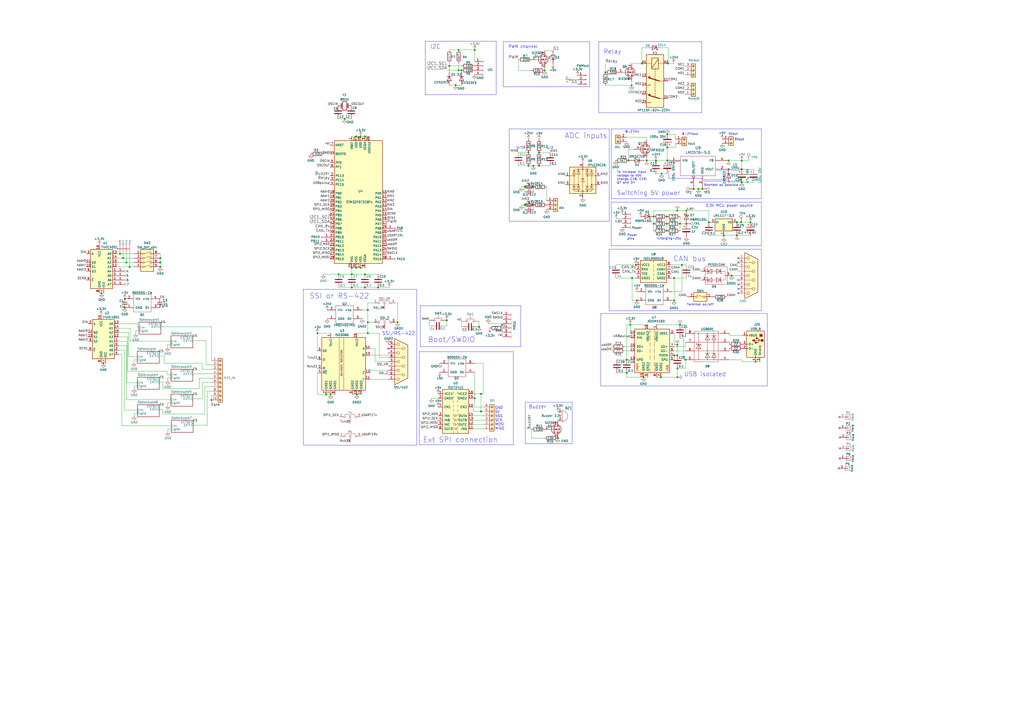
<source format=kicad_sch>
(kicad_sch (version 20230121) (generator eeschema)
  (paper "A2")
  (title_block (title "STM32F0x2 based USB<>CAN converter (isolated)") (company "SAO RAS"))
  (junction (at 189.23 228.854))
  (junction (at 391.033 174.244))
  (junction (at 309.499 108.458))
  (junction (at 363.601 216.281))
  (junction (at 435.356 128.905))
  (junction (at 391.033 206.121))
  (junction (at 387.604 36.83))
  (junction (at 392.938 218.821))
  (junction (at 196.469 159.131))
  (junction (at 75.184 154.813))
  (junction (at 211.709 166.751))
  (junction (at 366.649 161.29))
  (junction (at 392.938 200.025))
  (junction (at 191.77 228.854))
  (junction (at 219.329 166.751))
  (junction (at 430.276 98.171))
  (junction (at 386.842 129.794))
  (junction (at 92.964 149.733))
  (junction (at 394.462 129.794))
  (junction (at 312.674 88.519))
  (junction (at 419.862 136.525))
  (junction (at 73.279 152.273))
  (junction (at 213.36 193.294))
  (junction (at 380.492 93.091))
  (junction (at 323.596 254.127))
  (junction (at 392.938 206.121))
  (junction (at 72.39 173.355))
  (junction (at 59.944 210.693))
  (junction (at 266.065 40.767))
  (junction (at 368.935 153.67))
  (junction (at 306.578 96.139))
  (junction (at 71.374 149.733))
  (junction (at 369.443 174.244))
  (junction (at 309.372 96.139))
  (junction (at 309.499 118.872))
  (junction (at 391.033 161.29))
  (junction (at 199.898 68.961))
  (junction (at 213.36 186.944))
  (junction (at 383.413 218.821))
  (junction (at 207.01 228.854))
  (junction (at 92.964 152.273))
  (junction (at 267.716 40.767))
  (junction (at 213.36 179.832))
  (junction (at 264.287 49.403))
  (junction (at 209.169 79.121))
  (junction (at 211.709 79.121))
  (junction (at 206.629 79.121))
  (junction (at 315.976 40.894))
  (junction (at 209.169 155.321))
  (junction (at 411.226 128.905))
  (junction (at 379.222 129.794))
  (junction (at 429.895 128.905))
  (junction (at 405.13 109.601))
  (junction (at 230.632 186.944))
  (junction (at 351.155 41.91))
  (junction (at 72.39 178.435))
  (junction (at 387.096 93.091))
  (junction (at 392.938 213.741))
  (junction (at 394.462 188.341))
  (junction (at 304.419 118.872))
  (junction (at 398.145 129.794))
  (junction (at 304.419 108.458))
  (junction (at 204.089 155.321))
  (junction (at 279.019 238.633))
  (junction (at 363.601 208.661))
  (junction (at 206.629 155.321))
  (junction (at 430.276 105.791))
  (junction (at 69.596 147.193))
  (junction (at 387.096 77.851))
  (junction (at 387.096 85.471))
  (junction (at 422.656 98.171))
  (junction (at 275.336 28.956))
  (junction (at 277.876 189.611))
  (junction (at 211.709 159.131))
  (junction (at 312.674 96.139))
  (junction (at 204.089 159.131))
  (junction (at 427.482 136.525))
  (junction (at 438.277 209.804))
  (junction (at 379.222 125.603))
  (junction (at 392.938 122.174))
  (junction (at 398.145 122.174))
  (junction (at 366.395 49.53))
  (junction (at 364.744 93.091))
  (junction (at 260.604 38.227))
  (junction (at 184.15 193.294))
  (junction (at 204.089 166.751))
  (junction (at 375.158 93.091))
  (junction (at 58.928 170.053))
  (junction (at 402.336 109.601))
  (junction (at 122.682 232.029))
  (junction (at 430.276 93.091))
  (junction (at 386.842 125.603))
  (junction (at 424.434 159.893))
  (junction (at 275.336 231.013))
  (junction (at 395.605 153.67))
  (junction (at 259.207 185.801))
  (junction (at 373.253 218.821))
  (junction (at 279.019 228.473))
  (junction (at 266.065 28.956))
  (junction (at 422.656 93.091))
  (junction (at 383.794 100.711))
  (junction (at 407.416 109.601))
  (junction (at 386.842 133.858))
  (junction (at 365.633 188.341))
  (junction (at 397.637 208.661))
  (junction (at 92.964 154.813))
  (junction (at 372.364 36.83))
  (junction (at 306.578 88.392))
  (junction (at 427.482 128.905))
  (no_connect (at 486.537 271.653))
  (no_connect (at 225.171 202.184))
  (no_connect (at 487.172 260.096))
  (no_connect (at 428.244 152.273))
  (no_connect (at 428.244 149.733))
  (no_connect (at 428.244 164.973))
  (no_connect (at 428.244 167.513))
  (no_connect (at 428.244 170.053))
  (no_connect (at 428.244 162.433))
  (no_connect (at 191.389 124.841))
  (no_connect (at 486.918 241.935))
  (no_connect (at 486.918 248.285))
  (no_connect (at 487.172 253.746))
  (no_connect (at 487.045 265.938))
  (wire (pts (xy 365.633 208.661) (xy 363.601 208.661)))
  (wire (pts (xy 68.834 197.993) (xy 73.66 197.993)))
  (wire (pts (xy 427.482 128.905) (xy 429.895 128.905)))
  (wire (pts (xy 77.724 208.788) (xy 79.629 208.788)))
  (wire (pts (xy 430.276 93.091) (xy 422.656 93.091)))
  (wire (pts (xy 312.674 88.519) (xy 319.151 88.519)))
  (wire (pts (xy 315.976 40.894) (xy 315.976 39.624)))
  (wire (pts (xy 389.763 169.164) (xy 395.605 169.164)))
  (wire (pts (xy 78.74 193.294) (xy 78.74 191.897)))
  (wire (pts (xy 394.462 129.794) (xy 398.145 129.794)))
  (wire (pts (xy 207.01 228.854) (xy 209.55 228.854)))
  (wire (pts (xy 379.222 122.174) (xy 379.222 125.603)))
  (wire (pts (xy 96.901 217.297) (xy 99.187 217.297)))
  (wire (pts (xy 184.15 203.454) (xy 184.15 193.294)))
  (wire (pts (xy 204.089 159.131) (xy 211.709 159.131)))
  (wire (pts (xy 279.019 228.473) (xy 279.019 238.633)))
  (wire (pts (xy 75.184 146.177) (xy 75.184 154.813)))
  (wire (pts (xy 213.36 179.832) (xy 210.058 179.832)))
  (wire (pts (xy 430.276 105.791) (xy 422.656 105.791)))
  (wire (pts (xy 204.47 228.854) (xy 207.01 228.854)))
  (wire (pts (xy 419.862 136.525) (xy 427.482 136.525)))
  (wire (pts (xy 387.096 93.091) (xy 387.096 85.471)))
  (wire (pts (xy 72.009 237.871) (xy 79.756 237.871)))
  (wire (pts (xy 217.551 202.184) (xy 214.63 202.184)))
  (polyline (pts (xy 348.488 181.864) (xy 348.488 223.901)))
  (polyline (pts (xy 331.851 233.299) (xy 331.851 257.429)))
  (wire (pts (xy 280.289 210.82) (xy 275.336 210.82)))
  (wire (pts (xy 423.037 208.661) (xy 430.403 208.661)))
  (wire (pts (xy 309.372 96.139) (xy 312.674 96.139)))
  (wire (pts (xy 257.81 189.103) (xy 259.207 189.103)))
  (wire (pts (xy 302.514 118.872) (xy 304.419 118.872)))
  (wire (pts (xy 397.764 208.661) (xy 397.637 208.661)))
  (wire (pts (xy 122.682 232.029) (xy 122.682 235.712)))
  (wire (pts (xy 58.928 170.053) (xy 60.198 170.053)))
  (polyline (pts (xy 348.488 223.901) (xy 445.008 223.901)))
  (wire (pts (xy 362.458 203.581) (xy 365.633 203.581)))
  (wire (pts (xy 112.014 246.634) (xy 120.142 246.634)))
  (wire (pts (xy 398.145 122.174) (xy 411.226 122.174)))
  (wire (pts (xy 394.462 195.961) (xy 394.462 196.215)))
  (wire (pts (xy 423.037 198.501) (xy 423.037 199.644)))
  (wire (pts (xy 117.348 231.394) (xy 117.348 221.869)))
  (wire (pts (xy 274.447 248.793) (xy 280.289 248.793)))
  (polyline (pts (xy 176.022 167.64) (xy 176.022 258.191)))
  (wire (pts (xy 274.447 246.253) (xy 280.289 246.253)))
  (wire (pts (xy 396.621 208.661) (xy 396.621 196.215)))
  (wire (pts (xy 67.818 154.813) (xy 75.184 154.813)))
  (polyline (pts (xy 394.081 93.726) (xy 389.001 93.726)))
  (wire (pts (xy 73.152 231.775) (xy 99.187 231.775)))
  (polyline (pts (xy 389.001 93.726) (xy 389.001 94.488)))
  (wire (pts (xy 405.13 109.601) (xy 402.336 109.601)))
  (wire (pts (xy 219.329 166.751) (xy 219.329 166.624)))
  (polyline (pts (xy 291.973 24.13) (xy 342.011 24.13)))
  (wire (pts (xy 357.251 161.29) (xy 366.649 161.29)))
  (wire (pts (xy 122.682 189.611) (xy 122.682 209.169)))
  (wire (pts (xy 67.818 152.273) (xy 73.279 152.273)))
  (wire (pts (xy 213.36 193.294) (xy 213.36 186.944)))
  (wire (pts (xy 214.63 214.884) (xy 214.63 216.154)))
  (wire (pts (xy 111.887 231.394) (xy 117.348 231.394)))
  (wire (pts (xy 389.255 161.29) (xy 391.033 161.29)))
  (polyline (pts (xy 342.011 24.13) (xy 342.011 50.292)))
  (wire (pts (xy 275.336 28.956) (xy 275.336 35.687)))
  (wire (pts (xy 70.739 247.015) (xy 99.314 247.015)))
  (wire (pts (xy 304.419 108.458) (xy 304.419 111.379)))
  (polyline (pts (xy 354.457 117.221) (xy 441.706 117.221)))
  (polyline (pts (xy 445.008 223.901) (xy 445.008 181.864)))
  (wire (pts (xy 392.938 213.741) (xy 392.938 218.821)))
  (wire (pts (xy 119.507 211.709) (xy 122.682 211.709)))
  (wire (pts (xy 92.329 206.502) (xy 95.377 206.502)))
  (wire (pts (xy 317.119 108.458) (xy 317.119 116.332)))
  (wire (pts (xy 79.756 187.833) (xy 79.756 189.992)))
  (wire (pts (xy 300.736 96.012) (xy 306.578 96.012)))
  (wire (pts (xy 92.964 152.273) (xy 92.964 154.813)))
  (wire (pts (xy 184.15 216.154) (xy 184.15 228.854)))
  (wire (pts (xy 375.158 79.629) (xy 375.158 81.407)))
  (polyline (pts (xy 407.289 103.505) (xy 387.985 103.505)))
  (wire (pts (xy 209.169 79.121) (xy 211.709 79.121)))
  (polyline (pts (xy 302.133 201.041) (xy 243.713 201.041)))
  (wire (pts (xy 379.222 129.794) (xy 379.222 133.858)))
  (wire (pts (xy 300.736 34.544) (xy 300.736 40.894)))
  (polyline (pts (xy 347.345 24.13) (xy 347.345 65.405)))
  (wire (pts (xy 427.482 136.525) (xy 435.356 136.525)))
  (wire (pts (xy 77.724 210.185) (xy 77.724 208.788)))
  (wire (pts (xy 69.596 147.193) (xy 77.724 147.193)))
  (wire (pts (xy 373.253 218.821) (xy 363.601 218.821)))
  (wire (pts (xy 260.604 28.956) (xy 266.065 28.956)))
  (wire (pts (xy 97.282 233.68) (xy 99.187 233.68)))
  (wire (pts (xy 209.169 155.321) (xy 211.709 155.321)))
  (wire (pts (xy 395.605 153.67) (xy 398.145 153.67)))
  (wire (pts (xy 68.834 200.533) (xy 73.152 200.533)))
  (wire (pts (xy 250.317 231.013) (xy 254.127 231.013)))
  (wire (pts (xy 429.895 128.905) (xy 435.356 128.905)))
  (wire (pts (xy 214.63 205.994) (xy 225.171 205.994)))
  (wire (pts (xy 92.964 147.193) (xy 92.964 149.733)))
  (wire (pts (xy 391.033 193.421) (xy 391.033 200.025)))
  (wire (pts (xy 275.336 215.9) (xy 275.336 231.013)))
  (wire (pts (xy 94.234 240.157) (xy 118.872 240.157)))
  (wire (pts (xy 396.621 196.215) (xy 394.462 196.215)))
  (wire (pts (xy 122.682 229.489) (xy 122.682 232.029)))
  (wire (pts (xy 230.632 186.944) (xy 230.632 175.768)))
  (wire (pts (xy 357.251 153.67) (xy 368.935 153.67)))
  (polyline (pts (xy 175.895 167.894) (xy 241.681 167.894)))
  (wire (pts (xy 357.886 216.281) (xy 363.601 216.281)))
  (wire (pts (xy 300.736 40.894) (xy 308.356 40.894)))
  (wire (pts (xy 95.377 206.502) (xy 95.377 210.693)))
  (wire (pts (xy 363.601 218.821) (xy 363.601 216.281)))
  (wire (pts (xy 383.794 100.711) (xy 387.096 100.711)))
  (polyline (pts (xy 246.761 54.864) (xy 246.761 23.876)))
  (wire (pts (xy 375.158 93.091) (xy 375.158 91.567)))
  (wire (pts (xy 387.096 77.851) (xy 391.795 77.851)))
  (polyline (pts (xy 422.275 98.933) (xy 415.925 98.933)))
  (polyline (pts (xy 243.205 203.962) (xy 243.205 258.064)))
  (wire (pts (xy 392.938 213.614) (xy 392.938 213.741)))
  (polyline (pts (xy 415.925 98.806) (xy 415.925 98.933)))
  (wire (pts (xy 204.089 155.321) (xy 204.089 159.131)))
  (wire (pts (xy 74.549 192.913) (xy 74.549 206.883)))
  (wire (pts (xy 397.637 208.661) (xy 396.621 208.661)))
  (polyline (pts (xy 422.275 99.695) (xy 422.275 98.933)))
  (wire (pts (xy 116.713 216.789) (xy 116.713 216.916)))
  (wire (pts (xy 274.447 228.473) (xy 279.019 228.473)))
  (wire (pts (xy 73.279 152.273) (xy 77.724 152.273)))
  (wire (pts (xy 217.551 209.804) (xy 217.551 202.184)))
  (wire (pts (xy 363.601 216.281) (xy 363.601 216.154)))
  (wire (pts (xy 97.409 250.317) (xy 97.409 248.92)))
  (wire (pts (xy 117.348 221.869) (xy 122.682 221.869)))
  (wire (pts (xy 412.242 128.905) (xy 411.226 128.905)))
  (wire (pts (xy 387.604 27.686) (xy 383.413 27.686)))
  (wire (pts (xy 363.474 79.629) (xy 375.158 79.629)))
  (wire (pts (xy 189.23 228.854) (xy 191.77 228.854)))
  (wire (pts (xy 392.938 200.025) (xy 392.938 206.121)))
  (wire (pts (xy 407.416 109.601) (xy 405.13 109.601)))
  (wire (pts (xy 267.716 186.309) (xy 267.716 189.611)))
  (wire (pts (xy 184.15 228.854) (xy 189.23 228.854)))
  (wire (pts (xy 206.629 79.121) (xy 209.169 79.121)))
  (wire (pts (xy 391.795 83.312) (xy 391.795 85.471)))
  (wire (pts (xy 364.744 86.487) (xy 367.538 86.487)))
  (wire (pts (xy 207.01 193.294) (xy 213.36 193.294)))
  (polyline (pts (xy 295.402 128.27) (xy 353.441 128.27)))
  (wire (pts (xy 93.345 189.611) (xy 122.682 189.611)))
  (polyline (pts (xy 331.851 257.429) (xy 304.673 257.429)))
  (wire (pts (xy 213.36 186.944) (xy 216.789 186.944)))
  (polyline (pts (xy 243.713 177.292) (xy 243.713 201.041)))
  (wire (pts (xy 373.253 218.821) (xy 375.793 218.821)))
  (wire (pts (xy 366.395 49.53) (xy 366.395 46.99)))
  (wire (pts (xy 73.66 221.996) (xy 79.756 221.996)))
  (wire (pts (xy 118.872 240.157) (xy 118.872 224.409)))
  (wire (pts (xy 380.492 93.091) (xy 387.096 93.091)))
  (polyline (pts (xy 241.681 258.191) (xy 241.681 167.894)))
  (wire (pts (xy 59.944 210.693) (xy 61.214 210.693)))
  (wire (pts (xy 389.255 153.67) (xy 395.605 153.67)))
  (wire (pts (xy 308.356 254.127) (xy 308.356 249.047)))
  (polyline (pts (xy 387.985 98.679) (xy 387.985 103.505)))
  (wire (pts (xy 199.898 68.961) (xy 203.708 68.961)))
  (polyline (pts (xy 291.973 50.292) (xy 291.973 24.13)))
  (wire (pts (xy 115.57 219.329) (xy 122.682 219.329)))
  (wire (pts (xy 362.458 201.041) (xy 365.633 201.041)))
  (wire (pts (xy 276.479 189.611) (xy 277.876 189.611)))
  (wire (pts (xy 438.277 209.804) (xy 440.817 209.804)))
  (wire (pts (xy 68.834 187.833) (xy 79.756 187.833)))
  (polyline (pts (xy 295.402 74.803) (xy 353.441 74.803)))
  (polyline (pts (xy 441.706 117.221) (xy 441.706 142.621)))
  (wire (pts (xy 267.716 189.611) (xy 268.859 189.611)))
  (wire (pts (xy 437.134 98.171) (xy 430.276 98.171)))
  (wire (pts (xy 397.637 198.501) (xy 397.637 201.041)))
  (polyline (pts (xy 354.584 74.803) (xy 441.706 74.803)))
  (wire (pts (xy 196.088 68.961) (xy 199.898 68.961)))
  (wire (pts (xy 259.207 189.103) (xy 259.207 185.801)))
  (wire (pts (xy 394.462 188.341) (xy 397.637 188.341)))
  (wire (pts (xy 395.605 169.164) (xy 395.605 153.67)))
  (wire (pts (xy 71.374 149.733) (xy 77.724 149.733)))
  (wire (pts (xy 391.033 203.581) (xy 397.637 203.581)))
  (wire (pts (xy 275.336 231.013) (xy 274.447 231.013)))
  (wire (pts (xy 380.873 188.341) (xy 394.462 188.341)))
  (wire (pts (xy 74.041 195.453) (xy 74.041 215.265)))
  (wire (pts (xy 375.793 27.686) (xy 372.364 27.686)))
  (wire (pts (xy 266.065 36.576) (xy 266.065 40.767)))
  (wire (pts (xy 260.604 38.227) (xy 267.716 38.227)))
  (wire (pts (xy 306.578 88.392) (xy 306.578 88.519)))
  (wire (pts (xy 304.419 118.872) (xy 304.419 121.793)))
  (wire (pts (xy 73.152 200.533) (xy 73.152 231.775)))
  (wire (pts (xy 220.091 207.264) (xy 220.091 193.294)))
  (wire (pts (xy 280.289 238.633) (xy 279.019 238.633)))
  (wire (pts (xy 260.604 38.227) (xy 260.604 41.783)))
  (wire (pts (xy 312.674 96.139) (xy 319.151 96.139)))
  (wire (pts (xy 277.876 189.611) (xy 277.876 186.309)))
  (wire (pts (xy 387.604 36.83) (xy 387.604 27.686)))
  (wire (pts (xy 77.851 241.173) (xy 77.851 239.776)))
  (wire (pts (xy 214.63 219.964) (xy 225.171 219.964)))
  (wire (pts (xy 394.462 129.794) (xy 394.462 133.858)))
  (wire (pts (xy 430.403 208.661) (xy 430.403 209.804)))
  (wire (pts (xy 120.142 246.634) (xy 120.142 226.949)))
  (wire (pts (xy 364.744 93.091) (xy 364.744 86.487)))
  (wire (pts (xy 423.037 202.184) (xy 423.037 203.581)))
  (wire (pts (xy 191.77 228.854) (xy 194.31 228.854)))
  (wire (pts (xy 96.901 215.265) (xy 96.901 217.297)))
  (wire (pts (xy 315.976 254.127) (xy 308.356 254.127)))
  (wire (pts (xy 75.438 197.993) (xy 75.438 190.373)))
  (wire (pts (xy 74.041 215.265) (xy 96.901 215.265)))
  (wire (pts (xy 386.842 129.794) (xy 386.842 133.858)))
  (wire (pts (xy 274.447 236.093) (xy 274.447 238.633)))
  (polyline (pts (xy 407.035 24.13) (xy 407.035 65.405)))
  (wire (pts (xy 58.674 210.693) (xy 59.944 210.693)))
  (polyline (pts (xy 347.345 24.13) (xy 407.035 24.13)))
  (wire (pts (xy 122.682 216.789) (xy 116.713 216.789)))
  (wire (pts (xy 77.851 223.901) (xy 79.756 223.901)))
  (polyline (pts (xy 407.035 65.405) (xy 347.345 65.405)))
  (wire (pts (xy 249.047 185.801) (xy 249.047 189.103)))
  (wire (pts (xy 264.287 49.403) (xy 267.716 49.403)))
  (wire (pts (xy 306.578 96.012) (xy 306.578 96.139)))
  (wire (pts (xy 73.279 146.177) (xy 73.279 152.273)))
  (wire (pts (xy 213.36 186.944) (xy 213.36 179.832)))
  (wire (pts (xy 68.834 195.453) (xy 74.041 195.453)))
  (wire (pts (xy 225.171 214.884) (xy 214.63 214.884)))
  (polyline (pts (xy 348.488 181.864) (xy 445.008 181.864)))
  (wire (pts (xy 369.443 174.244) (xy 366.649 174.244)))
  (wire (pts (xy 306.578 96.139) (xy 309.372 96.139)))
  (polyline (pts (xy 354.584 117.221) (xy 354.584 142.621)))
  (wire (pts (xy 391.033 206.121) (xy 392.938 206.121)))
  (wire (pts (xy 97.282 220.599) (xy 97.282 219.202)))
  (wire (pts (xy 229.489 186.944) (xy 230.632 186.944)))
  (wire (pts (xy 75.184 154.813) (xy 77.724 154.813)))
  (wire (pts (xy 351.155 49.53) (xy 366.395 49.53)))
  (wire (pts (xy 77.851 225.298) (xy 77.851 223.901)))
  (wire (pts (xy 225.806 166.751) (xy 219.329 166.751)))
  (wire (pts (xy 392.938 122.174) (xy 379.222 122.174)))
  (wire (pts (xy 117.221 210.693) (xy 117.221 214.249)))
  (wire (pts (xy 211.709 159.131) (xy 219.329 159.131)))
  (wire (pts (xy 67.818 149.733) (xy 71.374 149.733)))
  (polyline (pts (xy 287.782 23.876) (xy 287.782 54.864)))
  (wire (pts (xy 283.21 187.706) (xy 291.719 187.706)))
  (wire (pts (xy 398.145 122.174) (xy 392.938 122.174)))
  (polyline (pts (xy 407.924 105.029) (xy 429.768 105.029)))
  (polyline (pts (xy 353.441 128.27) (xy 353.441 74.803)))
  (wire (pts (xy 79.756 189.992) (xy 80.645 189.992)))
  (wire (pts (xy 274.447 241.173) (xy 280.289 241.173)))
  (wire (pts (xy 430.403 209.804) (xy 438.277 209.804)))
  (wire (pts (xy 77.851 239.776) (xy 79.756 239.776)))
  (wire (pts (xy 394.462 125.603) (xy 394.462 129.794)))
  (wire (pts (xy 411.226 122.174) (xy 411.226 128.905)))
  (polyline (pts (xy 243.205 258.064) (xy 297.815 258.064)))
  (polyline (pts (xy 243.713 177.292) (xy 302.133 177.292)))
  (wire (pts (xy 373.38 93.091) (xy 375.158 93.091)))
  (wire (pts (xy 266.065 40.767) (xy 267.716 40.767)))
  (wire (pts (xy 267.716 41.783) (xy 267.716 40.767)))
  (wire (pts (xy 280.289 236.093) (xy 275.336 236.093)))
  (polyline (pts (xy 353.314 144.653) (xy 353.314 180.213)))
  (wire (pts (xy 309.499 108.458) (xy 309.499 111.379)))
  (wire (pts (xy 372.364 27.686) (xy 372.364 36.83)))
  (wire (pts (xy 97.282 199.898) (xy 99.187 199.898)))
  (wire (pts (xy 94.234 237.49) (xy 94.234 240.157)))
  (wire (pts (xy 266.065 40.767) (xy 259.334 40.767)))
  (wire (pts (xy 72.009 203.073) (xy 72.009 237.871)))
  (wire (pts (xy 392.938 213.741) (xy 397.637 213.741)))
  (wire (pts (xy 380.873 218.821) (xy 383.413 218.821)))
  (wire (pts (xy 95.377 210.693) (xy 117.221 210.693)))
  (wire (pts (xy 67.818 147.193) (xy 69.596 147.193)))
  (wire (pts (xy 398.145 161.29) (xy 391.033 161.29)))
  (wire (pts (xy 57.658 170.053) (xy 58.928 170.053)))
  (wire (pts (xy 219.329 166.751) (xy 211.709 166.751)))
  (wire (pts (xy 274.447 243.713) (xy 280.289 243.713)))
  (wire (pts (xy 266.065 28.956) (xy 275.336 28.956)))
  (wire (pts (xy 391.795 85.471) (xy 387.096 85.471)))
  (wire (pts (xy 120.142 226.949) (xy 122.682 226.949)))
  (wire (pts (xy 73.66 197.993) (xy 73.66 221.996)))
  (wire (pts (xy 279.019 228.473) (xy 280.289 228.473)))
  (polyline (pts (xy 295.402 74.803) (xy 295.402 128.27)))
  (wire (pts (xy 424.434 159.893) (xy 428.244 159.893)))
  (wire (pts (xy 320.802 29.464) (xy 315.976 29.464)))
  (polyline (pts (xy 297.815 258.064) (xy 297.815 203.962)))
  (polyline (pts (xy 176.022 258.191) (xy 241.681 258.191)))
  (wire (pts (xy 300.736 88.392) (xy 306.578 88.392)))
  (wire (pts (xy 97.282 235.077) (xy 97.282 233.68)))
  (wire (pts (xy 379.222 125.603) (xy 379.222 129.794)))
  (wire (pts (xy 213.36 175.768) (xy 216.662 175.768)))
  (wire (pts (xy 220.091 193.294) (xy 213.36 193.294)))
  (wire (pts (xy 302.514 108.458) (xy 304.419 108.458)))
  (polyline (pts (xy 441.706 142.621) (xy 354.584 142.621)))
  (wire (pts (xy 119.507 211.709) (xy 119.507 197.612)))
  (wire (pts (xy 380.492 100.711) (xy 383.794 100.711)))
  (wire (pts (xy 117.221 214.249) (xy 122.682 214.249)))
  (wire (pts (xy 225.171 205.994) (xy 225.171 204.724)))
  (wire (pts (xy 92.456 237.49) (xy 94.234 237.49)))
  (wire (pts (xy 78.74 191.897) (xy 80.645 191.897)))
  (wire (pts (xy 196.469 166.751) (xy 204.089 166.751)))
  (wire (pts (xy 430.276 98.171) (xy 430.276 93.091)))
  (polyline (pts (xy 422.402 104.14) (xy 407.797 104.14)))
  (wire (pts (xy 196.469 159.131) (xy 204.089 159.131)))
  (wire (pts (xy 438.277 209.804) (xy 438.277 209.677)))
  (wire (pts (xy 230.632 175.768) (xy 229.362 175.768)))
  (polyline (pts (xy 287.782 54.864) (xy 246.761 54.864)))
  (polyline (pts (xy 441.706 115.189) (xy 354.584 115.189)))
  (wire (pts (xy 383.413 218.821) (xy 392.938 218.821)))
  (wire (pts (xy 111.887 216.916) (xy 116.713 216.916)))
  (polyline (pts (xy 441.706 180.213) (xy 353.314 180.213)))
  (polyline (pts (xy 246.761 23.876) (xy 287.782 23.876)))
  (wire (pts (xy 397.637 213.741) (xy 397.637 208.661)))
  (wire (pts (xy 430.657 194.564) (xy 423.037 194.564)))
  (wire (pts (xy 391.033 201.041) (xy 397.637 201.041)))
  (wire (pts (xy 118.872 224.409) (xy 122.682 224.409)))
  (polyline (pts (xy 304.673 233.299) (xy 331.851 233.299)))
  (wire (pts (xy 351.155 41.91) (xy 351.155 36.83)))
  (wire (pts (xy 363.601 188.341) (xy 365.633 188.341)))
  (wire (pts (xy 75.438 190.373) (xy 68.834 190.373)))
  (wire (pts (xy 309.499 118.872) (xy 309.499 121.793)))
  (wire (pts (xy 204.089 166.751) (xy 211.709 166.751)))
  (wire (pts (xy 423.037 194.564) (xy 423.037 193.421)))
  (wire (pts (xy 391.033 161.29) (xy 391.033 174.244)))
  (wire (pts (xy 187.579 159.131) (xy 196.469 159.131)))
  (wire (pts (xy 259.334 38.227) (xy 260.604 38.227)))
  (wire (pts (xy 391.033 174.244) (xy 389.763 174.244)))
  (wire (pts (xy 391.795 77.851) (xy 391.795 80.772)))
  (wire (pts (xy 260.604 36.576) (xy 260.604 38.227)))
  (wire (pts (xy 386.842 125.603) (xy 386.842 129.794)))
  (wire (pts (xy 71.374 146.177) (xy 71.374 149.733)))
  (wire (pts (xy 187.96 89.281) (xy 191.389 89.281)))
  (wire (pts (xy 280.289 228.473) (xy 280.289 210.82)))
  (wire (pts (xy 365.633 188.341) (xy 375.793 188.341)))
  (wire (pts (xy 391.033 200.025) (xy 392.938 200.025)))
  (wire (pts (xy 375.158 93.091) (xy 380.492 93.091)))
  (wire (pts (xy 97.282 219.202) (xy 99.187 219.202)))
  (wire (pts (xy 111.887 197.612) (xy 119.507 197.612)))
  (wire (pts (xy 387.604 36.83) (xy 390.779 36.83)))
  (wire (pts (xy 366.395 36.83) (xy 372.364 36.83)))
  (wire (pts (xy 365.633 193.421) (xy 365.633 188.341)))
  (wire (pts (xy 411.226 136.525) (xy 419.862 136.525)))
  (wire (pts (xy 211.709 79.121) (xy 214.249 79.121)))
  (wire (pts (xy 260.604 49.403) (xy 264.287 49.403)))
  (wire (pts (xy 69.596 146.177) (xy 69.596 147.193)))
  (wire (pts (xy 68.834 205.613) (xy 70.739 205.613)))
  (wire (pts (xy 430.276 105.791) (xy 437.134 105.791)))
  (wire (pts (xy 70.739 205.613) (xy 70.739 247.015)))
  (wire (pts (xy 397.637 188.341) (xy 397.637 193.421)))
  (polyline (pts (xy 354.584 115.189) (xy 354.584 74.803)))
  (polyline (pts (xy 407.797 103.632) (xy 407.797 104.14)))
  (wire (pts (xy 366.649 161.29) (xy 368.935 161.29)))
  (wire (pts (xy 225.171 207.264) (xy 220.091 207.264)))
  (wire (pts (xy 115.57 225.425) (xy 115.57 219.329)))
  (polyline (pts (xy 243.205 203.962) (xy 297.815 203.962)))
  (wire (pts (xy 204.089 79.121) (xy 206.629 79.121)))
  (wire (pts (xy 275.336 231.013) (xy 275.336 236.093)))
  (wire (pts (xy 97.282 201.295) (xy 97.282 199.898)))
  (wire (pts (xy 94.361 225.425) (xy 115.57 225.425)))
  (wire (pts (xy 92.964 149.733) (xy 92.964 152.273)))
  (polyline (pts (xy 302.133 177.292) (xy 302.133 201.041)))
  (wire (pts (xy 391.033 206.121) (xy 391.033 208.661)))
  (wire (pts (xy 249.047 189.103) (xy 250.19 189.103)))
  (wire (pts (xy 206.629 155.321) (xy 209.169 155.321)))
  (wire (pts (xy 94.361 221.615) (xy 94.361 225.425)))
  (polyline (pts (xy 342.011 50.292) (xy 291.973 50.292)))
  (wire (pts (xy 213.36 179.832) (xy 213.36 175.768)))
  (wire (pts (xy 274.447 238.633) (xy 279.019 238.633)))
  (polyline (pts (xy 304.673 257.429) (xy 304.673 233.299)))
  (wire (pts (xy 357.886 208.661) (xy 363.601 208.661)))
  (wire (pts (xy 184.15 193.294) (xy 191.77 193.294)))
  (wire (pts (xy 357.505 126.873) (xy 360.934 126.873)))
  (wire (pts (xy 204.089 155.321) (xy 206.629 155.321)))
  (wire (pts (xy 363.601 208.661) (xy 363.601 188.341)))
  (wire (pts (xy 365.76 93.091) (xy 364.744 93.091)))
  (wire (pts (xy 74.549 206.883) (xy 79.629 206.883)))
  (wire (pts (xy 92.456 221.615) (xy 94.361 221.615)))
  (wire (pts (xy 332.486 46.228) (xy 335.026 46.228)))
  (wire (pts (xy 68.834 203.073) (xy 72.009 203.073)))
  (polyline (pts (xy 441.706 144.653) (xy 441.706 180.213)))
  (wire (pts (xy 68.834 192.913) (xy 74.549 192.913)))
  (polyline (pts (xy 353.314 144.653) (xy 441.706 144.653)))
  (wire (pts (xy 419.862 137.795) (xy 419.862 136.525)))
  (wire (pts (xy 99.187 197.993) (xy 75.438 197.993)))
  (polyline (pts (xy 441.706 74.803) (xy 441.706 115.189)))
  (wire (pts (xy 366.649 174.244) (xy 366.649 161.29)))
  (wire (pts (xy 434.34 93.091) (xy 430.276 93.091)))
  (wire (pts (xy 225.171 209.804) (xy 217.551 209.804)))
  (wire (pts (xy 97.409 248.92) (xy 99.314 248.92)))
  (text "8-27Vout" (at 395.605 78.613 0) (effects (font (size 1.27 1.27)) (justify left bottom)))
  (text "U/2" (at 316.992 86.614 0) (effects (font (size 1.27 1.27)) (justify left bottom)))
  (text "Switching 5V power" (at 357.759 113.538 0) (effects (font (size 2.4892 2.4892)) (justify left bottom)))
  (text "PWM channel" (at 294.894 28.194 0) (effects (font (size 1.7018 1.7018)) (justify left bottom)))
  (text "Buzzer" (at 306.705 237.236 0) (effects (font (size 2.0066 2.0066)) (justify left bottom)))
  (text "Shortest as possible" (at 408.305 108.204 0) (effects (font (size 1.27 1.27)) (justify left bottom)))
  (text "CAN bus" (at 390.525 152.019 0) (effects (font (size 3 3)) (justify left bottom)))
  (text "U/10" (at 299.466 86.36 0) (effects (font (size 1.27 1.27)) (justify left bottom)))
  (text "USB isolated" (at 396.748 218.694 0) (effects (font (size 2.5 2.5)) (justify left bottom)))
  (text "To increase input\nvoltage to 40V\nchange C18, C19,\nQ7 and D4" (at 357.759 106.807 0) (effects (font (size 1.27 1.27)) (justify left bottom)))
  (text "GND\n5V\nNSS\nSCK\nMOSI\nMISO" (at 287.02 249.555 0) (effects (font (size 1.5 1.5)) (justify left bottom)))
  (text "Boot/SWDIO" (at 248.285 198.882 0) (effects (font (size 3 3)) (justify left bottom)))
  (text "3.3V MCU power source" (at 409.194 120.269 0) (effects (font (size 1.524 1.524)) (justify left bottom)))
  (text "Ext SPI connection" (at 245.364 257.048 0) (effects (font (size 3 3)) (justify left bottom)))
  (text "8-27Vin" (at 362.712 77.343 0) (effects (font (size 1.27 1.27)) (justify left bottom)))
  (text "Tcharging=25s" (at 380.746 139.192 0) (effects (font (size 1.27 1.27)) (justify left bottom)))
  (text "I2C" (at 255.651 28.702 0) (effects (font (size 2.4892 2.4892)) (justify right bottom)))
  (text "ADC inputs" (at 327.533 80.645 0) (effects (font (size 3 3)) (justify left bottom)))
  (text "Power\npins\n" (at 363.855 139.319 0) (effects (font (size 1.27 1.27)) (justify left bottom)))
  (text "5Vout" (at 422.529 78.486 0) (effects (font (size 1.27 1.27)) (justify left bottom)))
  (text "Terminal on/off" (at 398.399 177.546 0) (effects (font (size 1.27 1.27)) (justify left bottom)))
  (text "Relay" (at 350.139 31.496 0) (effects (font (size 2.4892 2.4892)) (justify left bottom)))
  (text "SSI/RS-422" (at 221.615 194.691 0) (effects (font (size 2 2)) (justify left bottom)))
  (text "SSI or RS-422" (at 179.578 173.609 0) (effects (font (size 3 3)) (justify left bottom)))
  (label "E5" (at 92.456 235.712 0))
  (label "Addr2" (at 50.038 157.353 180))
  (label "Addr2" (at 51.054 197.993 180))
  (label "USART1Rx" (at 224.409 137.541 0))
  (label "SWCLK" (at 291.719 182.626 180))
  (label "AIN3" (at 306.959 116.332 180))
  (label "boot" (at 291.719 192.786 180))
  (label "DEN1" (at 224.409 127.381 0))
  (label "OSCOUT" (at 191.389 96.901 180))
  (label "COM1" (at 387.604 46.99 0))
  (label "G1" (at 335.026 48.768 180) (effects (font (size 1.7018 1.7018))))
  (label "Tx422" (at 203.073 245.618 180))
  (label "USBpullup" (at 191.389 107.061 180))
  (label "rst" (at 191.389 84.201 180))
  (label "AIN2" (at 306.959 105.918 180))
  (label "SPI2_MISO" (at 191.389 147.701 180))
  (label "NC2" (at 372.364 54.61 180))
  (label "Rx422" (at 184.15 213.614 180))
  (label "CANL" (at 406.654 157.353 180))
  (label "Addr2" (at 191.389 117.221 180))
  (label "Addr0" (at 50.038 152.273 180))
  (label "AIN3" (at 224.409 119.761 0))
  (label "CAN_Rx" (at 368.935 156.21 180) (effects (font (size 1.524 1.524))))
  (label "COM2" (at 387.604 57.15 0))
  (label "NO2" (at 397.129 54.61 180))
  (label "SPI1_MISO" (at 191.389 122.301 180))
  (label "AIN1" (at 224.409 114.681 0))
  (label "CAN_Tx" (at 368.935 158.75 180) (effects (font (size 1.524 1.524))))
  (label "NC2" (at 397.129 49.53 180))
  (label "Relay" (at 351.155 36.83 0) (effects (font (size 1.7018 1.7018))))
  (label "COM1" (at 397.129 40.894 180))
  (label "NO1" (at 372.364 49.53 180))
  (label "AIN1" (at 327.914 107.061 180))
  (label "CANH" (at 428.244 157.353 180))
  (label "usbDP" (at 224.409 142.621 0))
  (label "OSCOUT" (at 203.708 61.341 0))
  (label "boot" (at 191.389 89.281 180))
  (label "AIN0" (at 224.409 112.141 0))
  (label "USBpullup" (at 365.633 195.961 180))
  (label "Addr1" (at 50.038 154.813 180))
  (label "USART1Rx" (at 209.55 252.984 0))
  (label "DIN" (at 50.038 147.193 180))
  (label "CAN_Rx" (at 191.389 132.461 180) (effects (font (size 1.524 1.524))))
  (label "I2C1_SDA" (at 259.334 40.767 180) (effects (font (size 1.7018 1.7018))))
  (label "SPI2_MOSI" (at 254.127 246.253 180))
  (label "Rx422" (at 203.2 256.794 180))
  (label "CANH" (at 406.654 162.433 180))
  (label "Tx422" (at 184.15 208.534 180))
  (label "NO2" (at 372.364 59.69 180))
  (label "usbDM" (at 224.409 140.081 0))
  (label "boot" (at 249.047 185.801 180))
  (label "SPI2_NSS" (at 191.389 142.621 180))
  (label "Addr1" (at 191.389 114.681 180))
  (label "AIN2" (at 348.234 101.981 0))
  (label "NC1" (at 397.129 38.354 180))
  (label "PWM" (at 224.409 129.921 0) (effects (font (size 1.7018 1.7018))))
  (label "DIN" (at 51.054 187.833 180))
  (label "CAN_Tx" (at 191.389 135.001 180) (effects (font (size 1.524 1.524))))
  (label "I2C1_SCL" (at 259.334 38.227 180) (effects (font (size 1.7018 1.7018))))
  (label "SPI2_SCK" (at 191.389 145.161 180))
  (label "SWDIO" (at 224.409 145.161 0))
  (label "CANL" (at 398.653 172.212 180))
  (label "E5" (at 93.345 187.833 0))
  (label "E5" (at 111.887 195.834 0))
  (label "E5" (at 92.456 219.837 0))
  (label "USART1Tx" (at 224.409 135.001 0))
  (label "NC1" (at 372.364 44.45 180))
  (label "DIN" (at 224.409 122.301 0))
  (label "4.6V" (at 360.934 129.413 180))
  (label "CANH" (at 421.513 172.212 0))
  (label "I2C1_SDA" (at 191.389 129.921 180) (effects (font (size 1.7018 1.7018))))
  (label "DEN0" (at 224.409 124.841 0))
  (label "Egnd" (at 92.71 178.435 0))
  (label "SWDIO" (at 291.719 185.166 180))
  (label "AIN3" (at 348.234 107.061 0))
  (label "AIN0" (at 327.914 101.981 180))
  (label "AIN1" (at 319.151 88.519 0))
  (label "CANL" (at 389.255 158.75 0))
  (label "Addr0" (at 191.389 112.141 180))
  (label "E5" (at 112.014 244.856 0))
  (label "CANL" (at 428.244 154.813 180))
  (label "DEN1" (at 51.054 203.073 180))
  (label "Relay" (at 191.389 104.521 180) (effects (font (size 1.7018 1.7018))))
  (label "SPI1_SCK" (at 196.723 241.808 180))
  (label "COM2" (at 397.129 52.07 180))
  (label "rst" (at 267.716 186.309 180))
  (label "Egnd" (at 122.682 235.712 0))
  (label "SPI1_MISO" (at 196.85 252.984 180))
  (label "E5" (at 92.329 204.724 0))
  (label "SSI_Z" (at 225.171 217.424 180))
  (label "AIN0" (at 300.736 88.392 180))
  (label "NO1" (at 397.129 43.434 180))
  (label "Buzzer" (at 308.356 249.047 90) (effects (font (size 1.7018 1.7018))))
  (label "4.6V" (at 398.145 122.174 0))
  (label "SPI2_MOSI" (at 191.389 150.241 180))
  (label "OSCIN" (at 191.389 94.361 180))
  (label "USART1Tx" (at 209.423 241.808 0))
  (label "SSI_VR" (at 225.171 212.344 180))
  (label "rst" (at 291.719 195.326 180))
  (label "SPI2_SCK" (at 254.127 243.713 180))
  (label "SWCLK" (at 224.409 147.701 0))
  (label "SSI_Z" (at 223.139 190.754 180))
  (label "Buzzer" (at 191.389 101.981 180) (effects (font (size 1.7018 1.7018))))
  (label "E5" (at 92.71 173.355 0))
  (label "AIN2" (at 224.409 117.221 0))
  (label "PWM" (at 300.736 34.544 180) (effects (font (size 1.7018 1.7018))))
  (label "I2C1_SCL" (at 191.389 127.381 180) (effects (font (size 1.7018 1.7018))))
  (label "Addr1" (at 51.054 195.453 180))
  (label "E5" (at 111.887 229.616 0))
  (label "SSI_VR" (at 223.012 179.578 180))
  (label "usbDP" (at 354.838 201.041 180))
  (label "SPI2_MISO" (at 254.127 248.793 180))
  (label "G1" (at 320.802 29.464 0) (effects (font (size 1.7018 1.7018))))
  (label "SPI1_SCK" (at 191.389 119.761 180))
  (label "DEN0" (at 50.038 162.433 180))
  (label "E5" (at 111.887 215.138 0))
  (label "usbDM" (at 354.838 203.581 180))
  (label "OSCIN" (at 196.088 61.341 180))
  (label "Addr0" (at 51.054 192.913 180))
  (label "SPI2_NSS" (at 254.127 241.173 180))
  (label "CANH" (at 389.255 156.21 0))
  (symbol (lib_id "stm32-rescue:C") (at 196.469 162.941 0) (unit 1)
    (property "Reference" "C5" (at 197.104 160.401 0) (effects (justify left)))
    (property "Value" "0.1" (at 197.104 165.481 0) (effects (justify left)))
    (property "Footprint" "Capacitor_SMD:C_0603_1608Metric_Pad1.08x0.95mm_HandSolder" (effects hide))
  )
  (symbol (lib_id "stm32-rescue:+5V") (at 371.602 125.603 0) (unit 1)
    (property "Reference" "#PWR064" (effects hide))
    (property "Value" "+5V" (at 371.602 122.047 0))
  )
  (symbol (lib_id "power:GND") (at 419.862 137.795 0) (unit 1)
    (property "Reference" "#PWR075" (effects hide))
    (property "Value" "GND" (at 419.862 141.605 0))
  )
  (symbol (lib_id "stm32-rescue:CP") (at 435.356 132.715 0) (unit 1)
    (property "Reference" "C27" (at 435.61 130.556 0) (effects (justify left)))
    (property "Value" "47u 6V" (at 431.673 134.874 0) (effects (justify left)))
    (property "Footprint" "Capacitor_Tantalum_SMD:CP_EIA-3216-18_Kemet-A_Pad1.58x1.35mm_HandSolder" (effects hide))
  )
  (symbol (lib_id "elements:PESD1CAN") (at 414.274 157.353 0) (unit 1)
    (property "Reference" "D9" (at 414.274 166.243 0))
    (property "Value" "PESD1CAN" (at 415.544 153.543 0))
    (property "Footprint" "Package_TO_SOT_SMD:SOT-23" (effects hide))
  )
  (symbol (lib_id "stm32-rescue:R") (at 417.703 172.212 270) (unit 1)
    (property "Reference" "R28" (at 417.703 174.244 90))
    (property "Value" "120" (at 417.703 172.212 90))
    (property "Footprint" "Resistor_SMD:R_1210_3225Metric_Pad1.30x2.65mm_HandSolder" (effects hide))
  )
  (symbol (lib_id "stm32-rescue:C") (at 204.089 162.941 0) (unit 1)
    (property "Reference" "C7" (at 204.724 160.401 0) (effects (justify left)))
    (property "Value" "0.1" (at 204.724 165.481 0) (effects (justify left)))
    (property "Footprint" "Capacitor_SMD:C_0603_1608Metric_Pad1.08x0.95mm_HandSolder" (effects hide))
  )
  (symbol (lib_id "stm32-rescue:C") (at 211.709 162.941 0) (unit 1)
    (property "Reference" "C9" (at 212.344 160.401 0) (effects (justify left)))
    (property "Value" "0.1" (at 212.344 165.481 0) (effects (justify left)))
    (property "Footprint" "Capacitor_SMD:C_0603_1608Metric_Pad1.08x0.95mm_HandSolder" (effects hide))
  )
  (symbol (lib_id "elements:USB6B1") (at 410.337 201.041 0) (mirror y) (unit 1)
    (property "Reference" "D8" (at 410.337 212.471 0))
    (property "Value" "USB6B1" (at 410.337 190.881 0))
    (property "Footprint" "Package_SO:SOIC-8_3.9x4.9mm_P1.27mm" (effects hide))
  )
  (symbol (lib_id "power:GND") (at 187.579 159.131 0) (unit 1)
    (property "Reference" "#PWR021" (effects hide))
    (property "Value" "GND" (at 187.579 162.941 0))
  )
  (symbol (lib_id "stm32-rescue:C") (at 219.329 162.941 0) (unit 1)
    (property "Reference" "C10" (at 219.964 160.401 0) (effects (justify left)))
    (property "Value" "0.1" (at 219.964 165.481 0) (effects (justify left)))
    (property "Footprint" "Capacitor_SMD:C_0603_1608Metric_Pad1.08x0.95mm_HandSolder" (effects hide))
  )
  (symbol (lib_id "stm32-rescue:PWR_FLAG") (at 422.656 93.091 180) (unit 1)
    (property "Reference" "#FLG02" (effects hide))
    (property "Value" "PWR_FLAG" (effects hide))
  )
  (symbol (lib_id "stm32-rescue:CONN_01X01") (at 491.998 241.935 0) (unit 1)
    (property "Reference" "P1" (at 491.998 239.395 0))
    (property "Value" "Hole" (at 494.538 241.935 90))
    (property "Footprint" "my_footprints:Hole_3mm" (effects hide))
  )
  (symbol (lib_id "stm32-rescue:CONN_01X01") (at 491.998 248.285 0) (unit 1)
    (property "Reference" "P2" (at 491.998 245.745 0))
    (property "Value" "Hole" (at 494.538 248.285 90))
    (property "Footprint" "my_footprints:Hole_3mm" (effects hide))
  )
  (symbol (lib_id "stm32-rescue:R") (at 358.648 201.041 270) (mirror x) (unit 1)
    (property "Reference" "R19" (at 358.648 199.009 90))
    (property "Value" "22" (at 358.648 201.041 90))
    (property "Footprint" "Resistor_SMD:R_0603_1608Metric_Pad0.98x0.95mm_HandSolder" (effects hide))
  )
  (symbol (lib_id "stm32-rescue:R") (at 358.648 203.581 270) (unit 1)
    (property "Reference" "R20" (at 358.648 205.613 90))
    (property "Value" "22" (at 358.648 203.581 90))
    (property "Footprint" "Resistor_SMD:R_0603_1608Metric_Pad0.98x0.95mm_HandSolder" (effects hide))
  )
  (symbol (lib_id "elements:B0505S") (at 379.603 171.704 0) (unit 1)
    (property "Reference" "Q8" (at 379.603 178.308 0))
    (property "Value" "B0505S-1W" (at 379.603 165.608 0))
    (property "Footprint" "my_footprints:B0x0xS" (effects hide))
  )
  (symbol (lib_id "Connector:USB_B") (at 438.277 199.644 0) (mirror y) (unit 1)
    (property "Reference" "J29" (at 437.261 188.214 0) (effects (justify right)))
    (property "Value" "USB_B" (at 435.229 190.754 0) (effects (justify right)))
    (property "Footprint" "Connector_USB:USB_B_OST_USB-B1HSxx_Horizontal" (effects hide))
    (property "Datasheet" " ~" (effects hide))
  )
  (symbol (lib_id "MCU_ST_STM32F0:STM32F072C8Tx") (at 209.169 117.221 0) (unit 1)
    (property "Reference" "U4" (at 209.169 110.871 0))
    (property "Value" "STM32F072C8Tx" (at 208.407 117.221 0))
    (property "Footprint" "Package_QFP:LQFP-48_7x7mm_P0.5mm" (effects hide))
    (property "Datasheet" "http://www.st.com/st-web-ui/static/active/en/resource/technical/document/datasheet/DM00090510.pdf" (effects hide))
  )
  (symbol (lib_id "stm32-rescue:C") (at 427.482 132.715 0) (unit 1)
    (property "Reference" "C25" (at 427.736 130.683 0) (effects (justify left)))
    (property "Value" "0.1" (at 427.99 135.001 0) (effects (justify left)))
    (property "Footprint" "Capacitor_SMD:C_0603_1608Metric_Pad1.08x0.95mm_HandSolder" (effects hide))
  )
  (symbol (lib_id "Switch:SW_DIP_x01") (at 406.273 172.212 0) (mirror y) (unit 1)
    (property "Reference" "SW4" (at 406.273 168.656 0))
    (property "Value" "SW_DIP_x01" (effects hide))
    (property "Footprint" "Button_Switch_THT:SW_DIP_SPSTx01_Slide_6.7x4.1mm_W7.62mm_P2.54mm_LowProfile" (effects hide))
  )
  (symbol (lib_id "stm32-rescue:+5V") (at 369.443 169.164 0) (unit 1)
    (property "Reference" "#PWR062" (effects hide))
    (property "Value" "+5V" (at 369.443 165.608 0))
  )
  (symbol (lib_id "stm32-rescue:+5V") (at 368.935 153.67 0) (unit 1)
    (property "Reference" "#PWR061" (effects hide))
    (property "Value" "+5V" (at 368.935 150.114 0))
  )
  (symbol (lib_id "stm32-rescue:+5V") (at 430.276 93.091 0) (unit 1)
    (property "Reference" "#PWR077" (effects hide))
    (property "Value" "+5V" (at 430.276 89.535 0))
  )
  (symbol (lib_id "Regulator_Linear:LM1117-3.3") (at 419.862 128.905 0) (unit 1)
    (property "Reference" "U10" (at 419.862 122.7582 0))
    (property "Value" "LM1117-3.3" (at 419.862 125.0696 0))
    (property "Footprint" "Package_TO_SOT_SMD:SOT-223-3_TabPin2" (effects hide))
    (property "Datasheet" "http://www.ti.com/lit/ds/symlink/lm1117.pdf" (effects hide))
  )
  (symbol (lib_id "stm32-rescue:C") (at 411.226 132.715 0) (unit 1)
    (property "Reference" "C24" (at 407.035 135.128 0) (effects (justify left)))
    (property "Value" "0.1" (at 411.861 135.255 0) (effects (justify left)))
    (property "Footprint" "Capacitor_SMD:C_0603_1608Metric_Pad1.08x0.95mm_HandSolder" (effects hide))
  )
  (symbol (lib_id "stm32-rescue:C") (at 398.145 157.48 0) (unit 1)
    (property "Reference" "C23" (at 398.78 154.94 0) (effects (justify left)))
    (property "Value" "1u" (at 398.78 160.02 0) (effects (justify left)))
    (property "Footprint" "Capacitor_SMD:C_0805_2012Metric_Pad1.18x1.45mm_HandSolder" (effects hide))
  )
  (symbol (lib_id "stm32-rescue:C") (at 357.251 157.48 0) (unit 1)
    (property "Reference" "C15" (at 353.314 155.194 0) (effects (justify left)))
    (property "Value" "1u" (at 357.886 160.02 0) (effects (justify left)))
    (property "Footprint" "Capacitor_SMD:C_0805_2012Metric_Pad1.18x1.45mm_HandSolder" (effects hide))
  )
  (symbol (lib_id "power:GND") (at 369.443 174.244 0) (unit 1)
    (property "Reference" "#PWR063" (effects hide))
    (property "Value" "GND" (at 369.443 178.054 0))
  )
  (symbol (lib_id "Connector:Screw_Terminal_01x02") (at 358.394 82.169 180) (unit 1)
    (property "Reference" "J23" (effects hide))
    (property "Value" "Vin" (at 359.664 85.344 0) (effects (justify left)))
    (property "Footprint" "TerminalBlock_Phoenix:TerminalBlock_Phoenix_MKDS-1,5-2_1x02_P5.00mm_Horizontal" (effects hide))
  )
  (symbol (lib_id "Device:D_Zener") (at 369.57 93.091 180) (unit 1)
    (property "Reference" "D4" (at 369.57 95.631 0))
    (property "Value" "MM3Z7V5" (at 369.57 90.805 0))
    (property "Footprint" "Diode_SMD:D_0805_2012Metric_Pad1.15x1.40mm_HandSolder" (effects hide))
  )
  (symbol (lib_id "Device:R") (at 360.934 93.091 270) (unit 1)
    (property "Reference" "R21" (at 359.664 91.059 90) (effects (justify left)))
    (property "Value" "4k7" (at 359.41 93.091 90) (effects (justify left)))
    (property "Footprint" "Resistor_SMD:R_0603_1608Metric_Pad0.98x0.95mm_HandSolder" (effects hide))
  )
  (symbol (lib_id "power:GND") (at 357.124 93.091 0) (unit 1)
    (property "Reference" "#PWR054" (effects hide))
    (property "Value" "GND" (at 357.124 96.901 0))
  )
  (symbol (lib_id "Device:C_Polarized") (at 387.096 96.901 0) (unit 1)
    (property "Reference" "C19" (at 387.604 94.615 0) (effects (justify left)))
    (property "Value" "100u 35V" (at 390.652 105.029 90) (effects (justify left)))
    (property "Footprint" "Capacitor_THT:CP_Radial_D8.0mm_P3.50mm" (effects hide))
  )
  (symbol (lib_id "Device:C") (at 380.492 96.901 0) (unit 1)
    (property "Reference" "C17" (at 377.19 94.869 0) (effects (justify left)))
    (property "Value" "0.1" (at 376.936 98.933 0) (effects (justify left)))
    (property "Footprint" "Capacitor_SMD:C_0603_1608Metric_Pad1.08x0.95mm_HandSolder" (effects hide))
  )
  (symbol (lib_id "Device:C_Polarized") (at 430.276 101.981 0) (unit 1)
    (property "Reference" "C26" (at 426.466 104.267 0) (effects (justify left)))
    (property "Value" "47u 10V" (at 433.578 106.299 90) (effects (justify left)))
    (property "Footprint" "Capacitor_Tantalum_SMD:CP_EIA-6032-28_Kemet-C_Pad2.25x2.35mm_HandSolder" (effects hide))
  )
  (symbol (lib_id "vreg:LM2576") (at 404.876 95.631 0) (unit 1)
    (property "Reference" "U9" (at 404.876 85.8012 0) (effects (font (size 1.524 1.524))))
    (property "Value" "LM2576-5.0" (at 404.876 88.4936 0) (effects (font (size 1.524 1.524))))
    (property "Footprint" "Package_TO_SOT_THT:TO-220-5_P3.4x3.7mm_StaggerEven_Lead3.8mm_Vertical" (effects hide))
    (property "Manufacturer" "Texas Instruments" (effects hide))
  )
  (symbol (lib_id "Device:D") (at 422.656 101.981 270) (unit 1)
    (property "Reference" "D10" (at 424.18 101.727 90) (effects (justify left)))
    (property "Value" "1N5822" (at 420.116 99.187 0) (effects (justify left)))
    (property "Footprint" "Diode_THT:D_DO-201_P3.81mm_Vertical_AnodeUp" (effects hide))
  )
  (symbol (lib_id "Device:L") (at 426.466 98.171 270) (unit 1)
    (property "Reference" "L1" (at 426.466 95.377 90))
    (property "Value" "100u" (at 426.466 97.155 90))
    (property "Footprint" "Inductor_THT:L_Toroid_Horizontal_D6.5mm_P10.00mm_Diameter7-5mm_Amidon-T25" (effects hide))
  )
  (symbol (lib_id "power:GND") (at 405.13 109.601 0) (unit 1)
    (property "Reference" "#PWR072" (effects hide))
    (property "Value" "GND" (at 405.13 113.411 0))
  )
  (symbol (lib_id "power:GND") (at 430.276 105.791 0) (unit 1)
    (property "Reference" "#PWR078" (effects hide))
    (property "Value" "GND" (at 430.276 109.601 0))
  )
  (symbol (lib_id "power:GND") (at 383.794 100.711 0) (unit 1)
    (property "Reference" "#PWR067" (effects hide))
    (property "Value" "GND" (at 383.794 104.521 0))
  )
  (symbol (lib_id "Device:R") (at 184.15 89.281 270) (unit 1)
    (property "Reference" "R2" (at 182.118 87.122 90) (effects (justify left)))
    (property "Value" "10k" (at 182.626 89.281 90) (effects (justify left)))
    (property "Footprint" "Resistor_SMD:R_0603_1608Metric_Pad0.98x0.95mm_HandSolder" (effects hide))
  )
  (symbol (lib_id "Device:Q_NMOS_GSD") (at 363.855 41.91 0) (unit 1)
    (property "Reference" "Q6" (at 361.061 38.608 0) (effects (justify left)))
    (property "Value" "SI2308" (at 358.521 45.72 0) (effects (justify left)))
    (property "Footprint" "Package_TO_SOT_SMD:SOT-23_Handsoldering" (effects hide))
  )
  (symbol (lib_id "Device:R") (at 351.155 45.72 180) (unit 1)
    (property "Reference" "R17" (at 356.235 45.974 0) (effects (justify left)))
    (property "Value" "10k" (at 351.155 44.196 90) (effects (justify left)))
    (property "Footprint" "Resistor_SMD:R_0603_1608Metric_Pad0.98x0.95mm_HandSolder" (effects hide))
  )
  (symbol (lib_id "Device:R") (at 354.965 41.91 270) (unit 1)
    (property "Reference" "R18" (at 353.695 39.878 90) (effects (justify left)))
    (property "Value" "330" (at 353.441 41.91 90) (effects (justify left)))
    (property "Footprint" "Resistor_SMD:R_0603_1608Metric_Pad0.98x0.95mm_HandSolder" (effects hide))
  )
  (symbol (lib_id "power:GND") (at 366.395 49.53 0) (unit 1)
    (property "Reference" "#PWR060" (effects hide))
    (property "Value" "GND" (at 366.395 53.34 0))
  )
  (symbol (lib_id "Connector:Screw_Terminal_01x03") (at 402.209 40.894 0) (mirror x) (unit 1)
    (property "Reference" "J25" (effects hide))
    (property "Value" "RelayA" (at 399.288 34.925 0) (effects (justify left)))
    (property "Footprint" "TerminalBlock_Phoenix:TerminalBlock_Phoenix_MKDS-1,5-3_1x03_P5.00mm_Horizontal" (effects hide))
  )
  (symbol (lib_id "Device:D_Schottky") (at 379.603 27.686 180) (unit 1)
    (property "Reference" "D6" (at 375.793 26.416 0))
    (property "Value" "SS14" (at 383.921 26.162 0))
    (property "Footprint" "Diode_SMD:D_SMA-SMB_Universal_Handsoldering" (effects hide))
  )
  (symbol (lib_id "elements:IRF9310") (at 372.618 86.487 0) (unit 1)
    (property "Reference" "Q7" (at 370.078 83.312 0) (effects (justify left)))
    (property "Value" "IRF9310" (at 377.317 87.122 0) (effects (justify left)))
    (property "Footprint" "Package_SO:SO-8_3.9x4.9mm_P1.27mm" (effects hide))
  )
  (symbol (lib_id "power:GND") (at 180.34 89.281 0) (unit 1)
    (property "Reference" "#PWR020" (effects hide))
    (property "Value" "GND" (at 180.34 93.091 0))
  )
  (symbol (lib_id "Connector:Screw_Terminal_01x02") (at 396.875 80.772 0) (unit 1)
    (property "Reference" "J26" (effects hide))
    (property "Value" "Vout" (at 398.907 83.2866 0) (effects (justify left)))
    (property "Footprint" "TerminalBlock_Phoenix:TerminalBlock_Phoenix_MKDS-1,5-2_1x02_P5.00mm_Horizontal" (effects hide))
  )
  (symbol (lib_id "power:GND") (at 387.096 77.851 180) (unit 1)
    (property "Reference" "#PWR068" (effects hide))
    (property "Value" "GND" (at 383.794 76.454 0))
  )
  (symbol (lib_id "Device:Q_NMOS_GSD") (at 321.056 249.047 0) (unit 1)
    (property "Reference" "Q5" (at 317.5 247.269 0) (effects (justify left)))
    (property "Value" "SI2300" (at 315.976 245.237 0) (effects (justify left)))
    (property "Footprint" "Package_TO_SOT_SMD:SOT-23_Handsoldering" (effects hide))
  )
  (symbol (lib_id "Device:R") (at 312.166 249.047 270) (unit 1)
    (property "Reference" "R11" (at 310.896 247.015 90) (effects (justify left)))
    (property "Value" "330" (at 310.642 249.047 90) (effects (justify left)))
    (property "Footprint" "Resistor_SMD:R_0603_1608Metric_Pad0.98x0.95mm_HandSolder" (effects hide))
  )
  (symbol (lib_id "Device:R") (at 319.786 254.127 90) (unit 1)
    (property "Reference" "R16" (at 321.056 256.159 90) (effects (justify left)))
    (property "Value" "10k" (at 321.31 254.127 90) (effects (justify left)))
    (property "Footprint" "Resistor_SMD:R_0603_1608Metric_Pad0.98x0.95mm_HandSolder" (effects hide))
  )
  (symbol (lib_id "Device:D") (at 267.716 45.593 270) (unit 1)
    (property "Reference" "D2" (at 265.049 43.18 90) (effects (justify left)))
    (property "Value" "CESD3V3" (at 267.843 48.006 90) (effects (justify left)))
    (property "Footprint" "Diode_SMD:D_0805_2012Metric_Pad1.15x1.40mm_HandSolder" (effects hide))
  )
  (symbol (lib_id "Device:R") (at 271.526 38.227 270) (unit 1)
    (property "Reference" "R5" (at 270.256 36.195 90) (effects (justify left)))
    (property "Value" "100" (at 270.002 38.227 90) (effects (justify left)))
    (property "Footprint" "Resistor_SMD:R_0603_1608Metric_Pad0.98x0.95mm_HandSolder" (effects hide))
  )
  (symbol (lib_id "Device:R") (at 271.526 40.767 270) (unit 1)
    (property "Reference" "R6" (at 270.256 42.672 90) (effects (justify left)))
    (property "Value" "100" (at 270.002 40.767 90) (effects (justify left)))
    (property "Footprint" "Resistor_SMD:R_0603_1608Metric_Pad0.98x0.95mm_HandSolder" (effects hide))
  )
  (symbol (lib_id "Device:R") (at 260.604 32.766 180) (unit 1)
    (property "Reference" "R3" (at 264.287 32.893 0) (effects (justify left)))
    (property "Value" "4k7" (at 260.604 31.242 90) (effects (justify left)))
    (property "Footprint" "Resistor_SMD:R_0603_1608Metric_Pad0.98x0.95mm_HandSolder" (effects hide))
  )
  (symbol (lib_id "Device:D") (at 260.604 45.593 270) (unit 1)
    (property "Reference" "D1" (at 261.62 43.18 90) (effects (justify left)))
    (property "Value" "CESD3V3" (at 251.841 47.752 90) (effects (justify left)))
    (property "Footprint" "Diode_SMD:D_0805_2012Metric_Pad1.15x1.40mm_HandSolder" (effects hide))
  )
  (symbol (lib_id "stm32-rescue:PWR_FLAG") (at 375.158 93.091 180) (unit 1)
    (property "Reference" "#FLG01" (effects hide))
    (property "Value" "PWR_FLAG" (effects hide))
  )
  (symbol (lib_id "power:GND") (at 264.287 49.403 0) (unit 1)
    (property "Reference" "#PWR037" (effects hide))
    (property "Value" "GND" (at 267.462 51.308 0))
  )
  (symbol (lib_id "Device:R") (at 266.065 32.766 180) (unit 1)
    (property "Reference" "R4" (at 271.018 33.147 0) (effects (justify left)))
    (property "Value" "4k7" (at 266.065 31.242 90) (effects (justify left)))
    (property "Footprint" "Resistor_SMD:R_0603_1608Metric_Pad0.98x0.95mm_HandSolder" (effects hide))
  )
  (symbol (lib_id "Device:Q_NMOS_GSD") (at 313.436 34.544 0) (unit 1)
    (property "Reference" "Q4" (at 309.88 32.766 0) (effects (justify left)))
    (property "Value" "SI2300" (at 308.356 30.734 0) (effects (justify left)))
    (property "Footprint" "Package_TO_SOT_SMD:SOT-23_Handsoldering" (effects hide))
  )
  (symbol (lib_id "Device:R") (at 312.166 40.894 90) (unit 1)
    (property "Reference" "R10" (at 313.436 42.926 90) (effects (justify left)))
    (property "Value" "10k" (at 313.69 40.894 90) (effects (justify left)))
    (property "Footprint" "Resistor_SMD:R_0603_1608Metric_Pad0.98x0.95mm_HandSolder" (effects hide))
  )
  (symbol (lib_id "Device:R") (at 304.546 34.544 270) (unit 1)
    (property "Reference" "R7" (at 303.276 32.512 90) (effects (justify left)))
    (property "Value" "330" (at 303.022 34.544 90) (effects (justify left)))
    (property "Footprint" "Resistor_SMD:R_0603_1608Metric_Pad0.98x0.95mm_HandSolder" (effects hide))
  )
  (symbol (lib_id "Connector:Conn_01x03_Male") (at 340.106 46.228 0) (mirror y) (unit 1)
    (property "Reference" "J22" (effects hide))
    (property "Value" "PWMout" (at 338.074 38.1 0))
    (property "Footprint" "Connector_JST:JST_PH_B3B-PH-K_1x03_P2.00mm_Vertical" (effects hide))
  )
  (symbol (lib_id "stm32-rescue:+5V") (at 332.486 46.228 90) (unit 1)
    (property "Reference" "#PWR050" (effects hide))
    (property "Value" "+5V" (at 328.93 46.228 0))
  )
  (symbol (lib_id "Connector:Conn_01x04_Female") (at 280.416 38.227 0) (unit 1)
    (property "Reference" "J19" (effects hide))
    (property "Value" "I2C" (at 282.702 40.513 0) (effects (justify left)))
    (property "Footprint" "Connector_JST:JST_PH_B4B-PH-K_1x04_P2.00mm_Vertical" (effects hide))
  )
  (symbol (lib_id "power:GND") (at 275.336 43.307 0) (unit 1)
    (property "Reference" "#PWR039" (effects hide))
    (property "Value" "GND" (at 278.511 45.212 0))
  )
  (symbol (lib_id "Connector:TestPoint") (at 407.416 109.601 270) (unit 1)
    (property "Reference" "TP3" (at 408.178 111.633 90) (effects (justify left)))
    (property "Value" "Gnd" (effects hide))
    (property "Footprint" "Connector_PinSocket_2.54mm:PinSocket_1x01_P2.54mm_Vertical" (effects hide))
  )
  (symbol (lib_id "Device:D") (at 320.802 33.274 90) (unit 1)
    (property "Reference" "D3" (at 323.215 33.401 90))
    (property "Value" "D" (at 318.77 33.401 90))
    (property "Footprint" "Diode_SMD:D_0805_2012Metric_Pad1.15x1.40mm_HandSolder" (effects hide))
  )
  (symbol (lib_id "power:+5V") (at 320.802 37.084 180) (unit 1)
    (property "Reference" "#PWR047" (effects hide))
    (property "Value" "+5V" (at 320.802 40.64 0))
  )
  (symbol (lib_id "Device:C_Polarized") (at 387.096 81.661 180) (unit 1)
    (property "Reference" "C18" (at 386.588 83.947 0) (effects (justify left)))
    (property "Value" "100u 35V" (at 386.334 79.248 0) (effects (justify left)))
    (property "Footprint" "Capacitor_THT:CP_Radial_D8.0mm_P3.50mm" (effects hide))
  )
  (symbol (lib_id "power:GND") (at 315.976 40.894 0) (unit 1)
    (property "Reference" "#PWR045" (effects hide))
    (property "Value" "GND" (at 315.976 44.704 0))
  )
  (symbol (lib_id "power:GND") (at 363.474 82.169 0) (unit 1)
    (property "Reference" "#PWR058" (effects hide))
    (property "Value" "GND" (at 363.474 85.217 0))
  )
  (symbol (lib_id "Device:C_Polarized") (at 437.134 101.981 0) (unit 1)
    (property "Reference" "C28" (at 435.864 104.267 0) (effects (justify left)))
    (property "Value" "100u 16V" (at 440.69 106.553 90) (effects (justify left)))
    (property "Footprint" "Capacitor_THT:CP_Radial_D8.0mm_P3.50mm" (effects hide))
  )
  (symbol (lib_id "Connector:TestPoint") (at 434.34 93.091 0) (unit 1)
    (property "Reference" "TP5" (at 435.8132 91.2622 0) (effects (justify left)))
    (property "Value" "5V" (effects hide))
    (property "Footprint" "Connector_PinSocket_2.54mm:PinSocket_1x01_P2.54mm_Vertical" (effects hide))
  )
  (symbol (lib_id "Connector:TestPoint") (at 429.895 128.905 0) (unit 1)
    (property "Reference" "TP4" (at 428.879 123.825 0) (effects (justify left)))
    (property "Value" "3.3V" (effects hide))
    (property "Footprint" "Connector_PinSocket_2.54mm:PinSocket_1x01_P2.54mm_Vertical" (effects hide))
  )
  (symbol (lib_id "stm32-rescue:CONN_01X01") (at 492.252 253.746 0) (unit 1)
    (property "Reference" "P3" (at 492.252 251.206 0))
    (property "Value" "Hole" (at 494.792 253.746 90))
    (property "Footprint" "my_footprints:Hole_3mm" (effects hide))
  )
  (symbol (lib_id "stm32-rescue:CONN_01X01") (at 492.252 260.096 0) (unit 1)
    (property "Reference" "P4" (at 492.252 257.556 0))
    (property "Value" "Hole" (at 494.792 260.096 90))
    (property "Footprint" "my_footprints:Hole_3mm" (effects hide))
  )
  (symbol (lib_id "power:+3.3V") (at 284.099 190.246 180) (unit 1)
    (property "Reference" "#PWR0108" (effects hide))
    (property "Value" "+3.3V" (at 284.099 194.6894 0))
  )
  (symbol (lib_id "Device:R") (at 390.652 133.858 90) (unit 1)
    (property "Reference" "R27" (at 391.922 136.017 90) (effects (justify left)))
    (property "Value" "7.5" (at 392.43 133.858 90) (effects (justify left)))
    (property "Footprint" "Resistor_SMD:R_2010_5025Metric_Pad1.40x2.65mm_HandSolder" (effects hide))
  )
  (symbol (lib_id "power:+3.3V") (at 435.356 128.905 0) (unit 1)
    (property "Reference" "#PWR0105" (effects hide))
    (property "Value" "+3.3V" (at 435.356 125.3292 0))
  )
  (symbol (lib_id "elements:VRB2405YMD") (at 199.898 182.372 0) (unit 1)
    (property "Reference" "Q2" (at 199.898 176.276 0))
    (property "Value" "VRB2405YMD" (at 199.771 188.595 0))
    (property "Footprint" "my_footprints:VRB2405" (effects hide))
  )
  (symbol (lib_id "Device:R") (at 312.674 92.329 0) (unit 1)
    (property "Reference" "R13" (at 313.944 92.456 0) (effects (justify left)))
    (property "Value" "10k" (at 312.674 93.98 90) (effects (justify left)))
    (property "Footprint" "Resistor_SMD:R_0603_1608Metric_Pad0.98x0.95mm_HandSolder" (effects hide))
  )
  (symbol (lib_id "power:GND") (at 77.851 225.298 0) (unit 1)
    (property "Reference" "#PWR08" (effects hide))
    (property "Value" "GND" (at 77.851 229.108 0))
  )
  (symbol (lib_id "stm32-rescue:C") (at 203.708 65.151 0) (unit 1)
    (property "Reference" "C8" (at 204.343 62.611 0) (effects (justify left)))
    (property "Value" "12" (at 200.406 67.691 0) (effects (justify left)))
    (property "Footprint" "Capacitor_SMD:C_0603_1608Metric_Pad1.08x0.95mm_HandSolder" (effects hide))
  )
  (symbol (lib_id "Connector:Screw_Terminal_01x06") (at 285.369 243.713 0) (mirror x) (unit 1)
    (property "Reference" "J20" (effects hide))
    (property "Value" "SPI" (at 283.972 232.41 0) (effects (justify left)))
    (property "Footprint" "TerminalBlock_Phoenix:TerminalBlock_Phoenix_MKDS-1,5-6_1x06_P5.00mm_Horizontal" (effects hide))
  )
  (symbol (lib_id "Device:D_Schottky") (at 398.145 125.984 90) (mirror x) (unit 1)
    (property "Reference" "D7" (at 400.177 124.8318 90) (effects (justify right)))
    (property "Value" "MBRS130L" (at 400.177 127.3687 90) (effects (justify right)))
    (property "Footprint" "Diode_SMD:D_SMB_Handsoldering" (effects hide))
  )
  (symbol (lib_id "Connector:Screw_Terminal_01x03") (at 402.209 52.07 0) (mirror x) (unit 1)
    (property "Reference" "J10" (effects hide))
    (property "Value" "RelayB" (at 399.034 57.15 0) (effects (justify left)))
    (property "Footprint" "TerminalBlock_Phoenix:TerminalBlock_Phoenix_MKDS-1,5-3_1x03_P5.00mm_Horizontal" (effects hide))
  )
  (symbol (lib_id "stm32-rescue:CP") (at 398.145 133.604 0) (unit 1)
    (property "Reference" "C22" (at 401.066 131.8803 0) (effects (justify left)))
    (property "Value" "1F" (at 401.066 134.4172 0) (effects (justify left)))
    (property "Footprint" "Capacitor_THT:C_Rect_L18.0mm_W8.0mm_P15.00mm_FKS3_FKP3" (effects hide))
  )
  (symbol (lib_id "Connector:Conn_01x01_Female") (at 229.489 150.241 0) (unit 1)
    (property "Reference" "J17" (effects hide))
    (property "Value" "PA15" (at 229.997 150.241 0) (effects (justify left)))
    (property "Footprint" "Connector_PinSocket_2.54mm:PinSocket_1x01_P2.54mm_Vertical" (effects hide))
  )
  (symbol (lib_id "stm32-rescue:C") (at 254 189.103 90) (unit 1)
    (property "Reference" "C4" (at 252.095 190.754 90) (effects (justify left)))
    (property "Value" "0.1" (at 258.318 190.5 90) (effects (justify left)))
    (property "Footprint" "Capacitor_SMD:C_0603_1608Metric_Pad1.08x0.95mm_HandSolder" (effects hide))
  )
  (symbol (lib_id "power:+24V") (at 306.578 80.772 0) (unit 1)
    (property "Reference" "#PWR042" (effects hide))
    (property "Value" "+24V" (at 306.578 77.1962 0))
  )
  (symbol (lib_id "Connector:Screw_Terminal_01x10") (at 127.762 219.329 0) (unit 1)
    (property "Reference" "J30" (effects hide))
    (property "Value" "EXT_IN" (at 130.048 219.202 0) (effects (justify left)))
    (property "Footprint" "Connector_Phoenix_MC_HighVoltage:PhoenixContact_MC_1,5_10-GF-5.08_1x10_P5.08mm_Horizontal_ThreadedFlange" (effects hide))
  )
  (symbol (lib_id "power:PWR_FLAG") (at 392.938 200.025 0) (unit 1)
    (property "Reference" "#FLG04" (effects hide))
    (property "Value" "PWR_FLAG" (effects hide))
  )
  (symbol (lib_id "Connector:Screw_Terminal_01x03") (at 322.199 118.872 0) (unit 1)
    (property "Reference" "J21" (effects hide))
    (property "Value" "Ain" (at 324.231 120.5742 0) (effects (justify left)))
    (property "Footprint" "TerminalBlock_Phoenix:TerminalBlock_Phoenix_MKDS-1,5-3_1x03_P5.00mm_Horizontal" (effects hide))
  )
  (symbol (lib_id "power:GND") (at 78.74 193.294 0) (unit 1)
    (property "Reference" "#PWR010" (effects hide))
    (property "Value" "GND" (at 78.74 197.104 0))
  )
  (symbol (lib_id "Connector:Conn_01x01_Female") (at 186.309 137.541 180) (unit 1)
    (property "Reference" "J15" (effects hide))
    (property "Value" "PB10" (at 185.547 137.414 0) (effects (justify left)))
    (property "Footprint" "Connector_PinSocket_2.54mm:PinSocket_1x01_P2.54mm_Vertical" (effects hide))
  )
  (symbol (lib_id "power:GND") (at 97.282 201.295 0) (unit 1)
    (property "Reference" "#PWR014" (effects hide))
    (property "Value" "GND" (at 97.282 205.105 0))
  )
  (symbol (lib_id "power:GND") (at 302.514 108.458 0) (unit 1)
    (property "Reference" "#PWR040" (effects hide))
    (property "Value" "GND" (at 299.593 111.379 0))
  )
  (symbol (lib_id "power:+24V") (at 390.779 36.83 0) (unit 1)
    (property "Reference" "#PWR069" (effects hide))
    (property "Value" "+24V" (at 390.779 33.2542 0))
  )
  (symbol (lib_id "power:GND") (at 309.372 96.139 0) (unit 1)
    (property "Reference" "#PWR043" (effects hide))
    (property "Value" "GND" (at 309.372 100.5824 0))
  )
  (symbol (lib_id "power:+3.3V") (at 225.806 166.751 0) (unit 1)
    (property "Reference" "#PWR0111" (effects hide))
    (property "Value" "+3.3V" (at 225.806 163.1752 0))
  )
  (symbol (lib_id "Device:R") (at 287.909 190.246 270) (unit 1)
    (property "Reference" "R1" (at 290.449 188.849 90) (effects (justify left)))
    (property "Value" "22" (at 286.385 190.246 90) (effects (justify left)))
    (property "Footprint" "Resistor_SMD:R_0603_1608Metric_Pad0.98x0.95mm_HandSolder" (effects hide))
  )
  (symbol (lib_id "power:GND2") (at 207.01 228.854 0) (unit 1)
    (property "Reference" "#PWR026" (effects hide))
    (property "Value" "GND2" (at 207.01 233.2974 0))
  )
  (symbol (lib_id "Device:R") (at 383.032 125.603 90) (unit 1)
    (property "Reference" "R22" (at 384.302 127.762 90) (effects (justify left)))
    (property "Value" "7.5" (at 384.81 125.603 90) (effects (justify left)))
    (property "Footprint" "Resistor_SMD:R_2010_5025Metric_Pad1.40x2.65mm_HandSolder" (effects hide))
  )
  (symbol (lib_id "power:GND") (at 255.016 210.82 0) (unit 1)
    (property "Reference" "#PWR036" (effects hide))
    (property "Value" "GND" (at 251.968 212.471 0))
  )
  (symbol (lib_id "power:+3.3V") (at 365.633 188.341 0) (unit 1)
    (property "Reference" "#PWR0102" (effects hide))
    (property "Value" "+3.3V" (at 365.633 184.7652 0))
  )
  (symbol (lib_id "Power_Protection:USBLC6-4SC6") (at 338.074 104.521 0) (unit 1)
    (property "Reference" "U6" (at 340.8427 93.2012 0) (effects (justify left)))
    (property "Value" "IP4220CZ6" (at 340.8427 95.7381 0) (effects (justify left)))
    (property "Footprint" "Package_TO_SOT_SMD:SOT-23-6" (effects hide))
    (property "Datasheet" "https://www.st.com/resource/en/datasheet/usblc6-4.pdf" (effects hide))
  )
  (symbol (lib_id "stm32-rescue:+5V") (at 312.674 80.899 0) (unit 1)
    (property "Reference" "#PWR044" (effects hide))
    (property "Value" "+5V" (at 312.674 77.343 0))
  )
  (symbol (lib_id "power:+24V") (at 380.492 93.091 0) (unit 1)
    (property "Reference" "#PWR066" (effects hide))
    (property "Value" "+24V" (at 380.492 89.5152 0))
  )
  (symbol (lib_id "iso3086:ISO3086") (at 198.12 211.074 0) (unit 1)
    (property "Reference" "U3" (at 197.104 191.77 0) (effects (justify left)))
    (property "Value" "ISO3086" (at 194.183 194.31 0) (effects (justify left)))
    (property "Footprint" "Package_SO:SOIC-16W_7.5x10.3mm_P1.27mm" (effects hide))
  )
  (symbol (lib_id "power:+3.3V") (at 360.934 124.333 0) (unit 1)
    (property "Reference" "#PWR0103" (effects hide))
    (property "Value" "+3.3V" (at 360.934 120.7572 0))
  )
  (symbol (lib_id "Device:R_Potentiometer_Small") (at 306.959 108.458 90) (unit 1)
    (property "Reference" "RV1" (at 309.499 106.553 90))
    (property "Value" "50k" (at 306.959 108.458 90))
    (property "Footprint" "Potentiometer_THT:Potentiometer_Bourns_3296W_Vertical" (effects hide))
  )
  (symbol (lib_id "Device:Buzzer") (at 326.136 241.427 0) (unit 1)
    (property "Reference" "BZ1" (at 327.787 236.728 0) (effects (justify left)))
    (property "Value" "Buzzer 3.3V" (at 314.071 241.173 0) (effects (justify left)))
    (property "Footprint" "Buzzer_Beeper:Buzzer_12x9.5RM7.6" (effects hide))
  )
  (symbol (lib_id "power:GND") (at 360.934 131.953 0) (unit 1)
    (property "Reference" "#PWR057" (effects hide))
    (property "Value" "GND" (at 360.934 135.763 0))
  )
  (symbol (lib_id "Connector:Conn_01x01_Female") (at 72.898 162.433 0) (unit 1)
    (property "Reference" "J5" (effects hide))
    (property "Value" "6" (at 73.279 162.433 0) (effects (justify left)))
    (property "Footprint" "Connector_PinSocket_2.54mm:PinSocket_1x01_P2.54mm_Vertical" (effects hide))
  )
  (symbol (lib_id "power:GND") (at 97.409 250.317 0) (unit 1)
    (property "Reference" "#PWR017" (effects hide))
    (property "Value" "GND" (at 97.409 254.127 0))
  )
  (symbol (lib_id "Device:R") (at 306.578 84.582 0) (unit 1)
    (property "Reference" "R8" (at 307.848 84.709 0) (effects (justify left)))
    (property "Value" "91k" (at 306.578 86.233 90) (effects (justify left)))
    (property "Footprint" "Resistor_SMD:R_0603_1608Metric_Pad0.98x0.95mm_HandSolder" (effects hide))
  )
  (symbol (lib_id "power:GND") (at 338.074 114.681 0) (unit 1)
    (property "Reference" "#PWR053" (effects hide))
    (property "Value" "GND" (at 338.074 119.1244 0))
  )
  (symbol (lib_id "stm32-rescue:C") (at 196.088 65.151 0) (unit 1)
    (property "Reference" "C6" (at 193.421 62.992 0) (effects (justify left)))
    (property "Value" "12" (at 196.723 67.691 0) (effects (justify left)))
    (property "Footprint" "Capacitor_SMD:C_0603_1608Metric_Pad1.08x0.95mm_HandSolder" (effects hide))
  )
  (symbol (lib_id "power:PWR_FLAG") (at 392.938 218.821 270) (unit 1)
    (property "Reference" "#FLG05" (effects hide))
    (property "Value" "PWR_FLAG" (effects hide))
  )
  (symbol (lib_id "Jumper:Jumper_3_Open") (at 203.073 241.808 0) (unit 1)
    (property "Reference" "JP1" (effects hide))
    (property "Value" "Tx" (at 203.073 239.2729 0))
    (property "Footprint" "Connector_PinHeader_2.54mm:PinHeader_1x03_P2.54mm_Vertical" (effects hide))
  )
  (symbol (lib_id "power:GND") (at 283.21 187.706 180) (unit 1)
    (property "Reference" "#PWR018" (effects hide))
    (property "Value" "GND" (at 283.21 183.896 0))
  )
  (symbol (lib_id "power:GND1") (at 391.033 174.244 0) (unit 1)
    (property "Reference" "#PWR070" (effects hide))
    (property "Value" "GND1" (at 391.033 178.6874 0))
  )
  (symbol (lib_id "74xx:74HC4051") (at 57.658 154.813 0) (unit 1)
    (property "Reference" "U1" (at 59.6774 140.9532 0) (effects (justify left)))
    (property "Value" "74HC4051" (at 58.42 143.383 0) (effects (justify left)))
    (property "Footprint" "Package_SO:SOIC-16_3.9x9.9mm_P1.27mm" (effects hide))
    (property "Datasheet" "http://www.ti.com/lit/ds/symlink/cd74hc4051.pdf" (effects hide))
  )
  (symbol (lib_id "stm32-rescue:R") (at 426.847 202.184 270) (unit 1)
    (property "Reference" "R30" (at 426.847 204.216 90))
    (property "Value" "22" (at 426.847 202.184 90))
    (property "Footprint" "Resistor_SMD:R_0603_1608Metric_Pad0.98x0.95mm_HandSolder" (effects hide))
  )
  (symbol (lib_id "stm32-rescue:CONN_01X01") (at 492.125 265.938 0) (unit 1)
    (property "Reference" "P6" (at 492.125 263.398 0))
    (property "Value" "Hole" (at 494.665 265.938 90))
    (property "Footprint" "my_footprints:Hole_3mm" (effects hide))
  )
  (symbol (lib_id "Connector:Conn_01x01_Female") (at 186.309 140.081 180) (unit 1)
    (property "Reference" "J16" (effects hide))
    (property "Value" "PB11" (at 185.42 139.827 0) (effects (justify left)))
    (property "Footprint" "Connector_PinSocket_2.54mm:PinSocket_1x01_P2.54mm_Vertical" (effects hide))
  )
  (symbol (lib_id "Connector:Conn_01x01_Female") (at 75.184 141.097 90) (unit 1)
    (property "Reference" "J8" (effects hide))
    (property "Value" "3" (at 75.946 140.081 90) (effects (justify left)))
    (property "Footprint" "Connector_PinSocket_2.54mm:PinSocket_1x01_P2.54mm_Vertical" (effects hide))
  )
  (symbol (lib_id "Connector:Conn_01x01_Female") (at 229.489 132.461 0) (unit 1)
    (property "Reference" "J38" (effects hide))
    (property "Value" "PA8" (at 229.997 132.334 0) (effects (justify left)))
    (property "Footprint" "Connector_PinSocket_2.54mm:PinSocket_1x01_P2.54mm_Vertical" (effects hide))
  )
  (symbol (lib_id "Device:R") (at 306.578 92.329 0) (unit 1)
    (property "Reference" "R9" (at 307.848 92.456 0) (effects (justify left)))
    (property "Value" "10k" (at 306.578 93.98 90) (effects (justify left)))
    (property "Footprint" "Resistor_SMD:R_0603_1608Metric_Pad0.98x0.95mm_HandSolder" (effects hide))
  )
  (symbol (lib_id "Device:C_Small") (at 306.959 111.379 90) (unit 1)
    (property "Reference" "C12" (at 308.991 112.776 90))
    (property "Value" "0.1" (at 304.8 112.903 90))
    (property "Footprint" "Capacitor_SMD:C_0603_1608Metric_Pad1.08x0.95mm_HandSolder" (effects hide))
  )
  (symbol (lib_id "power:GND2") (at 210.058 184.912 0) (unit 1)
    (property "Reference" "#PWR028" (effects hide))
    (property "Value" "GND2" (at 210.058 189.3554 0))
  )
  (symbol (lib_id "stm32-rescue:+5V") (at 72.39 173.355 0) (unit 1)
    (property "Reference" "#PWR05" (effects hide))
    (property "Value" "+5V" (at 72.39 169.799 0))
  )
  (symbol (lib_id "stm32-rescue:+5V") (at 418.973 80.645 0) (unit 1)
    (property "Reference" "#PWR073" (effects hide))
    (property "Value" "+5V" (at 418.973 77.089 0))
  )
  (symbol (lib_id "Jumper:Jumper_3_Open") (at 203.2 252.984 0) (unit 1)
    (property "Reference" "JP2" (effects hide))
    (property "Value" "Rx" (at 203.2 250.4489 0))
    (property "Footprint" "Connector_PinHeader_2.54mm:PinHeader_1x03_P2.54mm_Vertical" (effects hide))
  )
  (symbol (lib_id "power:GND") (at 92.964 154.813 0) (unit 1)
    (property "Reference" "#PWR012" (effects hide))
    (property "Value" "GND" (at 92.964 158.623 0))
  )
  (symbol (lib_id "stm32-rescue:C") (at 300.736 92.202 0) (unit 1)
    (property "Reference" "C11" (at 301.371 89.662 0) (effects (justify left)))
    (property "Value" "0.1" (at 301.371 94.742 0) (effects (justify left)))
    (property "Footprint" "Capacitor_SMD:C_0603_1608Metric_Pad1.08x0.95mm_HandSolder" (effects hide))
  )
  (symbol (lib_id "stm32-rescue:R") (at 426.847 199.644 270) (mirror x) (unit 1)
    (property "Reference" "R29" (at 426.847 197.612 90))
    (property "Value" "22" (at 426.847 199.644 90))
    (property "Footprint" "Resistor_SMD:R_0603_1608Metric_Pad0.98x0.95mm_HandSolder" (effects hide))
  )
  (symbol (lib_id "Switch:SW_Push") (at 254.127 185.801 0) (unit 1)
    (property "Reference" "SW3" (at 254.127 181.7172 0))
    (property "Value" "SW_Push" (effects hide))
    (property "Footprint" "Button_Switch_SMD:SW_SPST_FSMSM" (effects hide))
  )
  (symbol (lib_id "Connector:TestPoint") (at 402.336 109.601 90) (unit 1)
    (property "Reference" "TP2" (at 401.193 111.633 90) (effects (justify left)))
    (property "Value" "Gnd" (effects hide))
    (property "Footprint" "Connector_PinSocket_2.54mm:PinSocket_1x01_P2.54mm_Vertical" (effects hide))
  )
  (symbol (lib_id "power:GND2") (at 230.632 186.944 0) (unit 1)
    (property "Reference" "#PWR031" (effects hide))
    (property "Value" "GND2" (at 231.267 190.5 0))
  )
  (symbol (lib_id "stm32-rescue:C") (at 272.669 189.611 90) (unit 1)
    (property "Reference" "C2" (at 270.764 191.262 90) (effects (justify left)))
    (property "Value" "0.1" (at 276.987 191.008 90) (effects (justify left)))
    (property "Footprint" "Capacitor_SMD:C_0603_1608Metric_Pad1.08x0.95mm_HandSolder" (effects hide))
  )
  (symbol (lib_id "power:GND") (at 373.253 218.821 0) (unit 1)
    (property "Reference" "#PWR065" (effects hide))
    (property "Value" "GND" (at 373.253 222.631 0))
  )
  (symbol (lib_id "power:GND") (at 97.282 235.077 0) (unit 1)
    (property "Reference" "#PWR016" (effects hide))
    (property "Value" "GND" (at 97.282 238.887 0))
  )
  (symbol (lib_id "power:GND") (at 398.145 137.414 0) (unit 1)
    (property "Reference" "#PWR071" (effects hide))
    (property "Value" "GND" (at 398.145 141.224 0))
  )
  (symbol (lib_id "Device:Crystal") (at 199.898 61.341 0) (unit 1)
    (property "Reference" "Y1" (at 199.898 55.0758 0))
    (property "Value" "8MHz" (at 199.898 57.6127 0))
    (property "Footprint" "Crystal:Crystal_HC49-U_Vertical" (effects hide))
  )
  (symbol (lib_id "power:GND") (at 199.898 68.961 0) (unit 1)
    (property "Reference" "#PWR025" (effects hide))
    (property "Value" "GND" (at 203.073 70.866 0))
  )
  (symbol (lib_id "Connector:TestPoint") (at 398.145 129.794 270) (unit 1)
    (property "Reference" "TP1" (at 402.463 129.794 90) (effects (justify left)))
    (property "Value" "4.6V" (effects hide))
    (property "Footprint" "Connector_PinSocket_2.54mm:PinSocket_1x01_P2.54mm_Vertical" (effects hide))
  )
  (symbol (lib_id "Device:R") (at 383.032 133.858 90) (unit 1)
    (property "Reference" "R24" (at 384.302 136.017 90) (effects (justify left)))
    (property "Value" "7.5" (at 384.81 133.858 90) (effects (justify left)))
    (property "Footprint" "Resistor_SMD:R_2010_5025Metric_Pad1.40x2.65mm_HandSolder" (effects hide))
  )
  (symbol (lib_id "power:GND") (at 418.973 83.185 0) (unit 1)
    (property "Reference" "#PWR074" (effects hide))
    (property "Value" "GND" (at 418.973 86.995 0))
  )
  (symbol (lib_id "elements:B0505S") (at 82.55 175.895 0) (unit 1)
    (property "Reference" "Q1" (at 82.55 182.499 0))
    (property "Value" "B0505S-1W" (at 82.55 169.799 0))
    (property "Footprint" "my_footprints:B0x0xS" (effects hide))
  )
  (symbol (lib_id "stm32-rescue:+5V") (at 254.127 228.473 0) (unit 1)
    (property "Reference" "#PWR033" (effects hide))
    (property "Value" "+5V" (at 254.127 224.917 0))
  )
  (symbol (lib_id "power:+3.3V") (at 323.596 238.887 0) (unit 1)
    (property "Reference" "#PWR0104" (effects hide))
    (property "Value" "+3.3V" (at 323.596 235.3112 0))
  )
  (symbol (lib_id "Jumper:Jumper_3_Open") (at 223.012 175.768 0) (unit 1)
    (property "Reference" "JP3" (effects hide))
    (property "Value" "SSI_VR" (at 223.012 173.2329 0))
    (property "Footprint" "Connector_PinHeader_2.54mm:PinHeader_1x03_P2.54mm_Vertical" (effects hide))
  )
  (symbol (lib_id "Device:R") (at 383.032 129.794 90) (unit 1)
    (property "Reference" "R23" (at 384.302 131.953 90) (effects (justify left)))
    (property "Value" "7.5" (at 384.81 129.794 90) (effects (justify left)))
    (property "Footprint" "Resistor_SMD:R_2010_5025Metric_Pad1.40x2.65mm_HandSolder" (effects hide))
  )
  (symbol (lib_id "Device:R") (at 312.674 84.709 0) (unit 1)
    (property "Reference" "R12" (at 313.944 84.836 0) (effects (justify left)))
    (property "Value" "10k" (at 312.674 86.36 90) (effects (justify left)))
    (property "Footprint" "Resistor_SMD:R_0603_1608Metric_Pad0.98x0.95mm_HandSolder" (effects hide))
  )
  (symbol (lib_id "stm32-rescue:C") (at 319.151 92.329 0) (unit 1)
    (property "Reference" "C14" (at 319.786 89.789 0) (effects (justify left)))
    (property "Value" "0.1" (at 319.786 94.869 0) (effects (justify left)))
    (property "Footprint" "Capacitor_SMD:C_0603_1608Metric_Pad1.08x0.95mm_HandSolder" (effects hide))
  )
  (symbol (lib_id "Connector:Conn_01x04_Female") (at 366.014 126.873 0) (unit 1)
    (property "Reference" "J24" (effects hide))
    (property "Value" "Power" (at 366.522 132.08 0) (effects (justify left)))
    (property "Footprint" "Connector_JST:JST_PH_B4B-PH-K_1x04_P2.00mm_Vertical" (effects hide))
  )
  (symbol (lib_id "Device:C_Small") (at 306.959 121.793 90) (unit 1)
    (property "Reference" "C13" (at 308.991 123.19 90))
    (property "Value" "0.1" (at 304.8 123.317 90))
    (property "Footprint" "Capacitor_SMD:C_0603_1608Metric_Pad1.08x0.95mm_HandSolder" (effects hide))
  )
  (symbol (lib_id "power:+3.3V") (at 275.336 28.956 0) (unit 1)
    (property "Reference" "#PWR0113" (effects hide))
    (property "Value" "+3.3V" (at 275.336 25.3802 0))
  )
  (symbol (lib_id "power:PWR_FLAG") (at 394.462 188.341 0) (unit 1)
    (property "Reference" "#FLG0102" (effects hide))
    (property "Value" "PWR_FLAG" (effects hide))
  )
  (symbol (lib_id "Interface_USB:ADUM4160") (at 378.333 203.581 0) (mirror y) (unit 1)
    (property "Reference" "U7" (at 377.952 184.15 0) (effects (justify right)))
    (property "Value" "ADUM4160" (at 375.539 186.309 0) (effects (justify right)))
    (property "Footprint" "Package_SO:SOIC-16W_7.5x10.3mm_P1.27mm" (effects hide))
    (property "Datasheet" "https://www.analog.com/media/en/technical-documentation/data-sheets/ADuM4160.pdf" (effects hide))
  )
  (symbol (lib_id "Device:D_Schottky") (at 375.412 125.603 180) (unit 1)
    (property "Reference" "D5" (at 375.412 123.063 0))
    (property "Value" "MBRS130L" (at 373.38 128.143 0))
    (property "Footprint" "Diode_SMD:D_SMB_Handsoldering" (effects hide))
  )
  (symbol (lib_id "stm32-rescue:+5V") (at 357.505 126.873 0) (unit 1)
    (property "Reference" "#PWR055" (effects hide))
    (property "Value" "+5V" (at 357.505 123.317 0))
  )
  (symbol (lib_id "Jumper:Jumper_3_Open") (at 223.139 186.944 0) (unit 1)
    (property "Reference" "JP4" (effects hide))
    (property "Value" "SSI_Z" (at 223.139 184.4089 0))
    (property "Footprint" "Connector_PinHeader_2.54mm:PinHeader_1x03_P2.54mm_Vertical" (effects hide))
  )
  (symbol (lib_id "stm32-rescue:C") (at 394.462 192.151 0) (unit 1)
    (property "Reference" "C21" (at 395.097 189.611 0) (effects (justify left)))
    (property "Value" "0.1" (at 395.097 194.691 0) (effects (justify left)))
    (property "Footprint" "Capacitor_SMD:C_0603_1608Metric_Pad1.08x0.95mm_HandSolder" (effects hide))
  )
  (symbol (lib_id "power:GND") (at 97.282 220.599 0) (unit 1)
    (property "Reference" "#PWR015" (effects hide))
    (property "Value" "GND" (at 97.282 224.409 0))
  )
  (symbol (lib_id "power:GND") (at 191.77 228.854 0) (unit 1)
    (property "Reference" "#PWR024" (effects hide))
    (property "Value" "GND" (at 191.77 233.2974 0))
  )
  (symbol (lib_id "stm32-rescue:C") (at 392.938 209.931 0) (unit 1)
    (property "Reference" "C20" (at 393.573 207.391 0) (effects (justify left)))
    (property "Value" "0.1" (at 393.573 212.471 0) (effects (justify left)))
    (property "Footprint" "Capacitor_SMD:C_0603_1608Metric_Pad1.08x0.95mm_HandSolder" (effects hide))
  )
  (symbol (lib_id "Connector:Conn_01x01_Female") (at 71.374 141.097 90) (unit 1)
    (property "Reference" "J2" (effects hide))
    (property "Value" "1" (at 72.136 140.081 90) (effects (justify left)))
    (property "Footprint" "Connector_PinSocket_2.54mm:PinSocket_1x01_P2.54mm_Vertical" (effects hide))
  )
  (symbol (lib_id "Device:R") (at 390.652 125.603 90) (unit 1)
    (property "Reference" "R25" (at 391.922 127.762 90) (effects (justify left)))
    (property "Value" "7.5" (at 392.43 125.603 90) (effects (justify left)))
    (property "Footprint" "Resistor_SMD:R_2010_5025Metric_Pad1.40x2.65mm_HandSolder" (effects hide))
  )
  (symbol (lib_id "Connector:Screw_Terminal_01x02") (at 424.053 83.185 0) (mirror x) (unit 1)
    (property "Reference" "J27" (effects hide))
    (property "Value" "5Vout" (at 426.085 80.6704 0) (effects (justify left)))
    (property "Footprint" "TerminalBlock_Phoenix:TerminalBlock_Phoenix_MKDS-1,5-2_1x02_P5.00mm_Horizontal" (effects hide))
  )
  (symbol (lib_id "stm32-rescue:C") (at 357.886 212.471 0) (unit 1)
    (property "Reference" "C29" (at 358.521 209.931 0) (effects (justify left)))
    (property "Value" "0.1" (at 358.521 215.011 0) (effects (justify left)))
    (property "Footprint" "Capacitor_SMD:C_0603_1608Metric_Pad1.08x0.95mm_HandSolder" (effects hide))
  )
  (symbol (lib_id "Connector:Conn_01x01_Female") (at 72.898 159.893 0) (unit 1)
    (property "Reference" "J4" (effects hide))
    (property "Value" "5" (at 73.152 159.893 0) (effects (justify left)))
    (property "Footprint" "Connector_PinSocket_2.54mm:PinSocket_1x01_P2.54mm_Vertical" (effects hide))
  )
  (symbol (lib_id "power:GND") (at 250.317 231.013 0) (unit 1)
    (property "Reference" "#PWR032" (effects hide))
    (property "Value" "GND" (at 250.317 235.4564 0))
  )
  (symbol (lib_id "power:GND") (at 323.596 254.127 0) (unit 1)
    (property "Reference" "#PWR049" (effects hide))
    (property "Value" "GND" (at 327.66 255.778 0))
  )
  (symbol (lib_id "power:GND") (at 59.944 210.693 0) (unit 1)
    (property "Reference" "#PWR04" (effects hide))
    (property "Value" "GND" (at 59.944 214.503 0))
  )
  (symbol (lib_id "power:+3.3V") (at 57.658 142.113 0) (unit 1)
    (property "Reference" "#PWR0106" (effects hide))
    (property "Value" "+3.3V" (at 57.658 138.5372 0))
  )
  (symbol (lib_id "stm32-rescue:CONN_01X01") (at 491.617 271.653 0) (unit 1)
    (property "Reference" "P5" (at 491.617 269.113 0))
    (property "Value" "Hole" (at 494.157 271.653 90))
    (property "Footprint" "my_footprints:Hole_3mm" (effects hide))
  )
  (symbol (lib_id "stm32-rescue:+5V") (at 255.016 215.9 180) (unit 1)
    (property "Reference" "#PWR035" (effects hide))
    (property "Value" "+5V" (at 255.016 219.456 0))
  )
  (symbol (lib_id "power:+3.3V") (at 58.674 182.753 0) (unit 1)
    (property "Reference" "#PWR0109" (effects hide))
    (property "Value" "+3.3V" (at 58.674 179.1772 0))
  )
  (symbol (lib_id "Device:C_Small") (at 72.39 175.895 0) (unit 1)
    (property "Reference" "C1" (at 69.215 174.498 0) (effects (justify left)))
    (property "Value" "1u" (at 69.469 177.673 0) (effects (justify left)))
    (property "Footprint" "Capacitor_SMD:C_0805_2012Metric_Pad1.18x1.45mm_HandSolder" (effects hide))
  )
  (symbol (lib_id "Connector:Conn_01x01_Female") (at 72.898 157.353 0) (unit 1)
    (property "Reference" "J3" (effects hide))
    (property "Value" "4" (at 73.152 157.353 0) (effects (justify left)))
    (property "Footprint" "Connector_PinSocket_2.54mm:PinSocket_1x01_P2.54mm_Vertical" (effects hide))
  )
  (symbol (lib_id "power:GND") (at 317.119 121.412 0) (unit 1)
    (property "Reference" "#PWR046" (effects hide))
    (property "Value" "GND" (at 317.119 125.8554 0))
  )
  (symbol (lib_id "power:+3.3V") (at 259.207 185.801 0) (unit 1)
    (property "Reference" "#PWR0107" (effects hide))
    (property "Value" "+3.3V" (at 259.207 182.2252 0))
  )
  (symbol (lib_id "Switch:SW_DIP_x04") (at 85.344 152.273 0) (unit 1)
    (property "Reference" "SW2" (at 85.344 140.9532 0))
    (property "Value" "SW_DIP_x04" (at 85.344 143.4901 0))
    (property "Footprint" "Button_Switch_THT:SW_DIP_SPSTx04_Slide_9.78x12.34mm_W7.62mm_P2.54mm" (effects hide))
  )
  (symbol (lib_id "stm32-rescue:C") (at 363.601 212.471 0) (unit 1)
    (property "Reference" "C16" (at 364.236 209.931 0) (effects (justify left)))
    (property "Value" "0.1" (at 364.236 215.011 0) (effects (justify left)))
    (property "Footprint" "Capacitor_SMD:C_0603_1608Metric_Pad1.08x0.95mm_HandSolder" (effects hide))
  )
  (symbol (lib_id "elements:B0505S-2W") (at 265.176 213.36 0) (unit 1)
    (property "Reference" "Q3" (at 264.795 219.329 0))
    (property "Value" "B0505S-2W" (at 265.176 207.2441 0))
    (property "Footprint" "my_footprints:B0505S-2W" (effects hide))
  )
  (symbol (lib_id "74xx:74HC4051") (at 58.674 195.453 0) (unit 1)
    (property "Reference" "U2" (at 60.6934 181.5932 0) (effects (justify left)))
    (property "Value" "74HC4051" (at 59.436 184.023 0) (effects (justify left)))
    (property "Footprint" "Package_SO:SOIC-16_3.9x9.9mm_P1.27mm" (effects hide))
    (property "Datasheet" "http://www.ti.com/lit/ds/symlink/cd74hc4051.pdf" (effects hide))
  )
  (symbol (lib_id "power:GND1") (at 424.434 159.893 0) (unit 1)
    (property "Reference" "#PWR076" (effects hide))
    (property "Value" "GND1" (at 424.434 164.3364 0))
  )
  (symbol (lib_id "power:GND2") (at 225.171 199.644 180) (unit 1)
    (property "Reference" "#PWR029" (effects hide))
    (property "Value" "GND2" (at 222.758 196.342 0) (effects (justify right)))
  )
  (symbol (lib_id "power:GND") (at 58.928 170.053 0) (unit 1)
    (property "Reference" "#PWR03" (effects hide))
    (property "Value" "GND" (at 58.928 173.863 0))
  )
  (symbol (lib_id "Connector:Conn_01x01_Female") (at 72.898 164.973 0) (unit 1)
    (property "Reference" "J6" (effects hide))
    (property "Value" "7" (at 73.406 164.973 0) (effects (justify left)))
    (property "Footprint" "Connector_PinSocket_2.54mm:PinSocket_1x01_P2.54mm_Vertical" (effects hide))
  )
  (symbol (lib_id "Interface_CAN_LIN:ISO1050DUB") (at 379.095 156.21 0) (unit 1)
    (property "Reference" "U8" (at 379.095 147.4302 0))
    (property "Value" "ISO1050DUB" (at 379.095 149.9671 0))
    (property "Footprint" "Package_SO:SOP-8_6.62x9.15mm_P2.54mm" (effects hide))
    (property "Datasheet" "http://www.ti.com/lit/ds/symlink/iso1050.pdf" (effects hide))
  )
  (symbol (lib_id "power:+3.3V") (at 209.169 79.121 0) (unit 1)
    (property "Reference" "#PWR0112" (effects hide))
    (property "Value" "+3.3V" (at 209.169 75.5452 0))
  )
  (symbol (lib_id "Relay:FINDER-41.52") (at 379.984 46.99 90) (mirror x) (unit 1)
    (property "Reference" "K1" (at 379.984 30.734 90))
    (property "Value" "HF115F-024-2ZS4" (at 379.222 63.881 90))
    (property "Footprint" "Relay_THT:Relay_DPDT_Finder_40.52" (effects hide))
    (property "Datasheet" "http://gfinder.findernet.com/assets/Series/357/S41EN.pdf" (effects hide))
  )
  (symbol (lib_id "Connector:Conn_01x06_Female") (at 296.799 187.706 0) (unit 1)
    (property "Reference" "J9" (effects hide))
    (property "Value" "PROG" (at 298.45 191.516 90) (effects (justify left)))
    (property "Footprint" "Connector_PinSocket_1.27mm:PinSocket_1x06_P1.27mm_Vertical" (effects hide))
  )
  (symbol (lib_id "Connector:Conn_01x01_Female") (at 73.279 141.097 90) (unit 1)
    (property "Reference" "J7" (effects hide))
    (property "Value" "2" (at 74.041 140.081 90) (effects (justify left)))
    (property "Footprint" "Connector_PinSocket_2.54mm:PinSocket_1x01_P2.54mm_Vertical" (effects hide))
  )
  (symbol (lib_id "power:GND") (at 302.514 118.872 0) (unit 1)
    (property "Reference" "#PWR041" (effects hide))
    (property "Value" "GND" (at 299.593 121.793 0))
  )
  (symbol (lib_id "Isolator:ISO7341C") (at 264.287 238.633 0) (unit 1)
    (property "Reference" "U5" (at 264.287 222.2332 0))
    (property "Value" "ISO7241C" (at 264.287 224.7701 0))
    (property "Footprint" "Package_SO:SOIC-16W_7.5x10.3mm_P1.27mm" (effects hide))
    (property "Datasheet" "http://www.ti.com/general/docs/lit/getliterature.tsp?genericPartNumber=iso7341c&fileType=pdf" (effects hide))
  )
  (symbol (lib_id "Connector:Conn_01x01_Female") (at 69.596 141.097 90) (unit 1)
    (property "Reference" "J1" (effects hide))
    (property "Value" "0" (at 70.231 140.081 90) (effects (justify left)))
    (property "Footprint" "Connector_PinSocket_2.54mm:PinSocket_1x01_P2.54mm_Vertical" (effects hide))
  )
  (symbol (lib_id "power:+24V") (at 189.738 179.832 0) (unit 1)
    (property "Reference" "#PWR022" (effects hide))
    (property "Value" "+24V" (at 189.738 176.2562 0))
  )
  (symbol (lib_id "power:GND") (at 277.876 189.611 0) (unit 1)
    (property "Reference" "#PWR011" (effects hide))
    (property "Value" "GND" (at 277.876 193.421 0))
  )
  (symbol (lib_id "power:GND") (at 77.851 241.173 0) (unit 1)
    (property "Reference" "#PWR09" (effects hide))
    (property "Value" "GND" (at 77.851 244.983 0))
  )
  (symbol (lib_id "Device:R") (at 313.309 118.872 90) (unit 1)
    (property "Reference" "R15" (at 314.96 116.84 90) (effects (justify left)))
    (property "Value" "10k" (at 314.96 118.872 90) (effects (justify left)))
    (property "Footprint" "Resistor_SMD:R_0603_1608Metric_Pad0.98x0.95mm_HandSolder" (effects hide))
  )
  (symbol (lib_id "stm32-rescue:+5V") (at 184.15 193.294 0) (unit 1)
    (property "Reference" "#PWR0101" (effects hide))
    (property "Value" "+5V" (at 184.15 189.738 0))
  )
  (symbol (lib_id "power:GND") (at 72.39 178.435 0) (unit 1)
    (property "Reference" "#PWR06" (effects hide))
    (property "Value" "GND" (at 72.39 182.245 0))
  )
  (symbol (lib_id "power:+3.3V") (at 338.074 94.361 0) (unit 1)
    (property "Reference" "#PWR0110" (effects hide))
    (property "Value" "+3.3V" (at 338.074 90.7852 0))
  )
  (symbol (lib_id "power:GND") (at 189.738 184.912 0) (unit 1)
    (property "Reference" "#PWR023" (effects hide))
    (property "Value" "GND" (at 189.738 189.3554 0))
  )
  (symbol (lib_id "stm32-rescue:+5V") (at 254.127 236.093 0) (unit 1)
    (property "Reference" "#PWR034" (effects hide))
    (property "Value" "+5V" (at 254.127 232.537 0))
  )
  (symbol (lib_id "Device:R") (at 313.309 108.458 90) (unit 1)
    (property "Reference" "R14" (at 314.96 106.426 90) (effects (justify left)))
    (property "Value" "10k" (at 314.96 108.458 90) (effects (justify left)))
    (property "Footprint" "Resistor_SMD:R_0603_1608Metric_Pad0.98x0.95mm_HandSolder" (effects hide))
  )
  (symbol (lib_id "Connector:DB9_Female") (at 435.864 159.893 0) (unit 1)
    (property "Reference" "J28" (effects hide))
    (property "Value" "CAN" (at 429.006 174.625 0) (effects (justify left)))
    (property "Footprint" "Connector_Dsub:DSUB-9_Female_Horizontal_P2.77x2.84mm_EdgePinOffset4.94mm_Housed_MountingHolesOffset7.48mm" (effects hide))
    (property "Datasheet" " ~" (effects hide))
  )
  (symbol (lib_id "power:GND") (at 77.724 210.185 0) (unit 1)
    (property "Reference" "#PWR07" (effects hide))
    (property "Value" "GND" (at 77.724 213.995 0))
  )
  (symbol (lib_id "Device:R") (at 390.652 129.794 90) (unit 1)
    (property "Reference" "R26" (at 391.922 131.953 90) (effects (justify left)))
    (property "Value" "7.5" (at 392.43 129.794 90) (effects (justify left)))
    (property "Footprint" "Resistor_SMD:R_2010_5025Metric_Pad1.40x2.65mm_HandSolder" (effects hide))
  )
  (symbol (lib_id "Connector:DB9_Female") (at 232.791 209.804 0) (mirror x) (unit 1)
    (property "Reference" "J18" (effects hide))
    (property "Value" "SSI{slash}422" (at 232.537 224.663 0))
    (property "Footprint" "Connector_Dsub:DSUB-9_Female_Horizontal_P2.77x2.84mm_EdgePinOffset4.94mm_Housed_MountingHolesOffset7.48mm" (effects hide))
    (property "Datasheet" " ~" (effects hide))
  )
  (symbol (lib_id "power:PWR_FLAG") (at 392.938 122.174 0) (unit 1)
    (property "Reference" "#FLG0101" (effects hide))
    (property "Value" "PWR_FLAG" (effects hide))
  )
  (symbol (lib_id "power:+3.3V") (at 335.026 43.688 0) (unit 1)
    (property "Reference" "#PWR0114" (effects hide))
    (property "Value" "+3.3V" (at 335.026 40.1122 0))
  )
  (symbol (lib_id "Switch:SW_Push") (at 272.796 186.309 0) (unit 1)
    (property "Reference" "SW1" (at 272.796 182.2252 0))
    (property "Value" "SW_Push" (effects hide))
    (property "Footprint" "Button_Switch_SMD:SW_SPST_FSMSM" (effects hide))
  )
  (symbol (lib_id "power:PWR_FLAG") (at 427.482 136.525 180) (unit 1)
    (property "Reference" "#FLG0103" (effects hide))
    (property "Value" "PWR_FLAG" (effects hide))
  )
  (symbol (lib_id "Device:R_Potentiometer_Small") (at 306.959 118.872 90) (unit 1)
    (property "Reference" "RV2" (at 309.499 116.967 90))
    (property "Value" "50k" (at 306.959 118.872 90))
    (property "Footprint" "Potentiometer_THT:Potentiometer_Bourns_3296W_Vertical" (effects hide))
  )
  (symbol (lib_id "Device:C_Small") (at 92.71 175.895 0) (unit 1)
    (property "Reference" "C3" (at 94.361 174.371 0) (effects (justify left)))
    (property "Value" "1u" (at 94.615 176.022 0) (effects (justify left)))
    (property "Footprint" "Capacitor_SMD:C_0805_2012Metric_Pad1.18x1.45mm_HandSolder" (effects hide))
  )
  (sheet (at 99.187 194.818) (size 12.7 6.985) (stroke (width 0.1524))
    (property "Sheetname" "Optocouple2" (at 99.187 194.1064 0) (effects (justify left bottom)))
    (property "Sheetfile" "optocouple.kicad_sch" (effects hide))
    (pin "EXT5V" input (at 111.887 195.834 0))
    (pin "EXTi" input (at 111.887 197.612 0))
    (pin "In" input (at 99.187 197.993 180))
    (pin "gnd" input (at 99.187 199.898 180))
  )
  (sheet (at 99.187 214.122) (size 12.7 6.985) (stroke (width 0.1524))
    (property "Sheetname" "Optocouple3" (at 99.187 213.4104 0) (effects (justify left bottom)))
    (property "Sheetfile" "optocouple.kicad_sch" (effects hide))
    (pin "EXT5V" input (at 111.887 215.138 0))
    (pin "EXTi" input (at 111.887 216.916 0))
    (pin "In" input (at 99.187 217.297 180))
    (pin "gnd" input (at 99.187 219.202 180))
  )
  (sheet (at 79.756 218.821) (size 12.7 6.985) (stroke (width 0.1524))
    (property "Sheetname" "Optocouple4" (at 79.756 218.1094 0) (effects (justify left bottom)))
    (property "Sheetfile" "optocouple.kicad_sch" (effects hide))
    (pin "EXT5V" input (at 92.456 219.837 0))
    (pin "EXTi" input (at 92.456 221.615 0))
    (pin "In" input (at 79.756 221.996 180))
    (pin "gnd" input (at 79.756 223.901 180))
  )
  (sheet (at 79.629 203.708) (size 12.7 6.985) (stroke (width 0.1524))
    (property "Sheetname" "Optocouple" (at 79.629 202.9964 0) (effects (justify left bottom)))
    (property "Sheetfile" "optocouple.kicad_sch" (effects hide))
    (pin "EXT5V" input (at 92.329 204.724 0))
    (pin "EXTi" input (at 92.329 206.502 0))
    (pin "In" input (at 79.629 206.883 180))
    (pin "gnd" input (at 79.629 208.788 180))
  )
  (sheet (at 80.645 186.817) (size 12.7 6.985) (stroke (width 0.1524))
    (property "Sheetname" "Optocouple1" (at 80.645 186.1054 0) (effects (justify left bottom)))
    (property "Sheetfile" "optocouple.kicad_sch" (effects hide))
    (pin "EXT5V" input (at 93.345 187.833 0))
    (pin "EXTi" input (at 93.345 189.611 0))
    (pin "In" input (at 80.645 189.992 180))
    (pin "gnd" input (at 80.645 191.897 180))
  )
  (sheet (at 79.756 234.696) (size 12.7 6.985) (stroke (width 0.1524))
    (property "Sheetname" "Optocouple6" (at 79.756 233.9844 0) (effects (justify left bottom)))
    (property "Sheetfile" "optocouple.kicad_sch" (effects hide))
    (pin "EXT5V" input (at 92.456 235.712 0))
    (pin "EXTi" input (at 92.456 237.49 0))
    (pin "In" input (at 79.756 237.871 180))
    (pin "gnd" input (at 79.756 239.776 180))
  )
  (sheet (at 99.187 228.6) (size 12.7 6.985) (stroke (width 0.1524))
    (property "Sheetname" "Optocouple5" (at 99.187 227.8884 0) (effects (justify left bottom)))
    (property "Sheetfile" "optocouple.kicad_sch" (effects hide))
    (pin "EXT5V" input (at 111.887 229.616 0))
    (pin "EXTi" input (at 111.887 231.394 0))
    (pin "In" input (at 99.187 231.775 180))
    (pin "gnd" input (at 99.187 233.68 180))
  )
  (sheet (at 99.314 243.84) (size 12.7 6.985) (stroke (width 0.1524))
    (property "Sheetname" "Optocouple7" (at 99.314 243.1284 0) (effects (justify left bottom)))
    (property "Sheetfile" "optocouple.kicad_sch" (effects hide))
    (pin "EXT5V" input (at 112.014 244.856 0))
    (pin "EXTi" input (at 112.014 246.634 0))
    (pin "In" input (at 99.314 247.015 180))
    (pin "gnd" input (at 99.314 248.92 180))
  )
)
</source>
